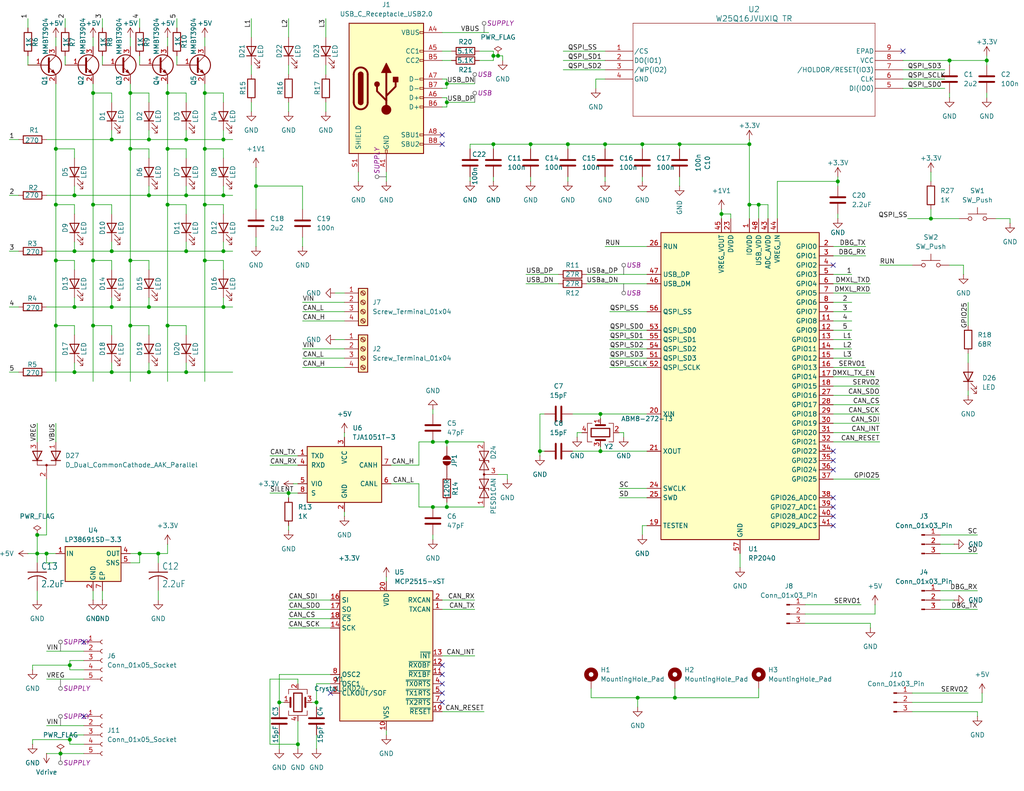
<source format=kicad_sch>
(kicad_sch (version 20231120) (generator "eeschema") (generator_version "8.0")
  (paper "USLetter")
  (junction (at 121.92 27.94))
  (junction (at 10.16 146.05))
  (junction (at 154.94 39.37))
  (junction (at 173.99 190.5))
  (junction (at 175.26 39.37))
  (junction (at 60.96 83.82))
  (junction (at 45.72 40.64))
  (junction (at 228.6 49.53))
  (junction (at 15.24 55.88))
  (junction (at 269.24 16.51))
  (junction (at 10.16 151.13))
  (junction (at 35.56 71.12))
  (junction (at 254 59.69))
  (junction (at 20.32 83.82))
  (junction (at 50.8 68.58))
  (junction (at 15.24 40.64))
  (junction (at 121.92 120.65))
  (junction (at 121.92 22.86))
  (junction (at 78.74 134.62))
  (junction (at 55.88 55.88))
  (junction (at 163.83 113.03))
  (junction (at 45.72 88.9))
  (junction (at 165.1 39.37))
  (junction (at 25.4 88.9))
  (junction (at 81.28 203.2))
  (junction (at 60.96 38.1))
  (junction (at 196.85 58.42))
  (junction (at 16.51 205.74))
  (junction (at 35.56 88.9))
  (junction (at 207.01 55.88))
  (junction (at 25.4 25.4))
  (junction (at 45.72 55.88))
  (junction (at 55.88 40.64))
  (junction (at 147.32 123.19))
  (junction (at 134.62 15.24))
  (junction (at 118.11 120.65))
  (junction (at 35.56 40.64))
  (junction (at 118.11 138.43))
  (junction (at 76.2 191.77))
  (junction (at 184.15 190.5))
  (junction (at 69.85 50.8))
  (junction (at 20.32 53.34))
  (junction (at 15.24 71.12))
  (junction (at 38.1 151.13))
  (junction (at 121.92 138.43))
  (junction (at 35.56 25.4))
  (junction (at 60.96 68.58))
  (junction (at 50.8 53.34))
  (junction (at 50.8 101.6))
  (junction (at 19.05 201.93))
  (junction (at 60.96 53.34))
  (junction (at 45.72 25.4))
  (junction (at 20.32 101.6))
  (junction (at 40.64 83.82))
  (junction (at 204.47 39.37))
  (junction (at 12.7 151.13))
  (junction (at 50.8 38.1))
  (junction (at 163.83 123.19))
  (junction (at 40.64 38.1))
  (junction (at 30.48 68.58))
  (junction (at 86.36 191.77))
  (junction (at 30.48 38.1))
  (junction (at 134.62 39.37))
  (junction (at 135.89 15.24))
  (junction (at 30.48 83.82))
  (junction (at 40.64 101.6))
  (junction (at 185.42 39.37))
  (junction (at 55.88 71.12))
  (junction (at 25.4 55.88))
  (junction (at 204.47 55.88))
  (junction (at 25.4 71.12))
  (junction (at 40.64 53.34))
  (junction (at 144.78 39.37))
  (junction (at 15.24 88.9))
  (junction (at 55.88 25.4))
  (junction (at 19.05 181.61))
  (junction (at 20.32 68.58))
  (junction (at 30.48 101.6))
  (junction (at 43.18 151.13))
  (junction (at 259.08 16.51))
  (no_connect (at 120.65 36.83))
  (no_connect (at 227.33 125.73))
  (no_connect (at 22.86 195.58))
  (no_connect (at 227.33 140.97))
  (no_connect (at 120.65 184.15))
  (no_connect (at 120.65 189.23))
  (no_connect (at 227.33 138.43))
  (no_connect (at 227.33 123.19))
  (no_connect (at 227.33 72.39))
  (no_connect (at 120.65 181.61))
  (no_connect (at 90.17 189.23))
  (no_connect (at 227.33 135.89))
  (no_connect (at 246.38 13.97))
  (no_connect (at 120.65 191.77))
  (no_connect (at 22.86 175.26))
  (no_connect (at 227.33 143.51))
  (no_connect (at 120.65 39.37))
  (no_connect (at 227.33 128.27))
  (no_connect (at 120.65 186.69))
  (wire (pts (xy 153.67 13.97) (xy 165.1 13.97)))
  (wire (pts (xy 35.56 153.67) (xy 38.1 153.67)) (stroke (width 0.1524)))
  (wire (pts (xy 81.28 196.85) (xy 81.28 203.2)))
  (wire (pts (xy 50.8 101.6) (xy 63.5 101.6)) (stroke (width 0.1524)))
  (wire (pts (xy 184.15 190.5) (xy 184.15 187.96)))
  (wire (pts (xy 227.33 80.01) (xy 237.49 80.01)))
  (wire (pts (xy 176.53 143.51) (xy 175.26 143.51)))
  (wire (pts (xy 15.24 10.16) (xy 15.24 12.7)) (stroke (width 0.1524)))
  (wire (pts (xy 5.08 68.58) (xy 2.54 68.58)) (stroke (width 0.1524)))
  (wire (pts (xy 165.1 39.37) (xy 165.1 40.64)))
  (wire (pts (xy 228.6 49.53) (xy 228.6 50.8)))
  (wire (pts (xy 148.59 113.03) (xy 147.32 113.03)))
  (wire (pts (xy 68.58 27.94) (xy 68.58 30.48)) (stroke (width 0.1524)))
  (wire (pts (xy 154.94 48.26) (xy 154.94 49.53)))
  (wire (pts (xy 45.72 55.88) (xy 50.8 55.88)) (stroke (width 0.1524)))
  (wire (pts (xy 17.78 15.24) (xy 17.78 17.78)) (stroke (width 0.1524)))
  (wire (pts (xy 175.26 39.37) (xy 175.26 40.64)))
  (wire (pts (xy 165.1 21.59) (xy 162.56 21.59)))
  (wire (pts (xy 48.26 7.62) (xy 48.26 5.08)) (stroke (width 0.1524)))
  (wire (pts (xy 204.47 39.37) (xy 204.47 55.88)))
  (wire (pts (xy 137.16 16.51) (xy 137.16 15.24)))
  (wire (pts (xy 40.64 40.64) (xy 40.64 43.18)) (stroke (width 0.1524)))
  (wire (pts (xy 20.32 99.06) (xy 20.32 101.6)) (stroke (width 0.1524)))
  (wire (pts (xy 121.92 27.94) (xy 129.54 27.94)))
  (wire (pts (xy 219.71 167.64) (xy 238.76 167.64)))
  (wire (pts (xy 120.65 13.97) (xy 123.19 13.97)))
  (wire (pts (xy 43.18 161.29) (xy 43.18 163.83)) (stroke (width 0.1524)))
  (wire (pts (xy 132.08 120.65) (xy 121.92 120.65)))
  (wire (pts (xy 17.78 7.62) (xy 17.78 5.08)) (stroke (width 0.1524)))
  (wire (pts (xy 69.85 45.72) (xy 69.85 50.8)))
  (wire (pts (xy 97.79 46.99) (xy 97.79 49.53)))
  (wire (pts (xy 134.62 48.26) (xy 134.62 49.53)))
  (wire (pts (xy 12.7 205.74) (xy 16.51 205.74)))
  (wire (pts (xy 40.64 38.1) (xy 50.8 38.1)) (stroke (width 0.1524)))
  (wire (pts (xy 50.8 99.06) (xy 50.8 101.6)) (stroke (width 0.1524)))
  (wire (pts (xy 15.24 22.86) (xy 15.24 40.64)) (stroke (width 0.1524)))
  (wire (pts (xy 10.16 146.05) (xy 10.16 151.13)) (stroke (width 0.1524)))
  (wire (pts (xy 166.37 92.71) (xy 176.53 92.71)))
  (wire (pts (xy 19.05 182.88) (xy 22.86 182.88)))
  (wire (pts (xy 120.65 163.83) (xy 129.54 163.83)))
  (wire (pts (xy 50.8 68.58) (xy 60.96 68.58)) (stroke (width 0.1524)))
  (wire (pts (xy 20.32 40.64) (xy 20.32 43.18)) (stroke (width 0.1524)))
  (wire (pts (xy 12.7 53.34) (xy 20.32 53.34)) (stroke (width 0.1524)))
  (wire (pts (xy 60.96 81.28) (xy 60.96 83.82)) (stroke (width 0.1524)))
  (wire (pts (xy 22.86 200.66) (xy 19.05 200.66)))
  (wire (pts (xy 38.1 151.13) (xy 43.18 151.13)) (stroke (width 0.1524)))
  (wire (pts (xy 256.54 146.05) (xy 266.7 146.05)))
  (wire (pts (xy 20.32 71.12) (xy 20.32 73.66)) (stroke (width 0.1524)))
  (wire (pts (xy 275.59 59.69) (xy 275.59 60.96)))
  (wire (pts (xy 118.11 138.43) (xy 114.3 138.43)))
  (wire (pts (xy 82.55 100.33) (xy 93.98 100.33)))
  (wire (pts (xy 120.65 29.21) (xy 121.92 29.21)))
  (wire (pts (xy 166.37 95.25) (xy 176.53 95.25)))
  (wire (pts (xy 256.54 151.13) (xy 266.7 151.13)))
  (wire (pts (xy 259.08 16.51) (xy 259.08 17.78)))
  (wire (pts (xy 137.16 15.24) (xy 135.89 15.24)))
  (wire (pts (xy 50.8 55.88) (xy 50.8 58.42)) (stroke (width 0.1524)))
  (wire (pts (xy 256.54 166.37) (xy 266.7 166.37)))
  (wire (pts (xy 50.8 25.4) (xy 50.8 27.94)) (stroke (width 0.1524)))
  (wire (pts (xy 73.66 185.42) (xy 73.66 203.2)))
  (wire (pts (xy 130.81 16.51) (xy 134.62 16.51)))
  (wire (pts (xy 80.01 132.08) (xy 81.28 132.08)))
  (wire (pts (xy 20.32 101.6) (xy 30.48 101.6)) (stroke (width 0.1524)))
  (wire (pts (xy 121.92 21.59) (xy 120.65 21.59)))
  (wire (pts (xy 147.32 123.19) (xy 147.32 124.46)))
  (wire (pts (xy 81.28 203.2) (xy 81.28 204.47)))
  (wire (pts (xy 88.9 10.16) (xy 88.9 5.08)) (stroke (width 0.1524)))
  (wire (pts (xy 45.72 25.4) (xy 45.72 40.64)) (stroke (width 0.1524)))
  (wire (pts (xy 55.88 71.12) (xy 60.96 71.12)) (stroke (width 0.1524)))
  (wire (pts (xy 227.33 115.57) (xy 240.03 115.57)))
  (wire (pts (xy 227.33 67.31) (xy 236.22 67.31)))
  (wire (pts (xy 175.26 39.37) (xy 185.42 39.37)))
  (wire (pts (xy 106.68 132.08) (xy 114.3 132.08)))
  (wire (pts (xy 20.32 66.04) (xy 20.32 68.58)) (stroke (width 0.1524)))
  (wire (pts (xy 166.37 85.09) (xy 176.53 85.09)))
  (wire (pts (xy 45.72 88.9) (xy 50.8 88.9)) (stroke (width 0.1524)))
  (wire (pts (xy 196.85 57.15) (xy 196.85 58.42)))
  (wire (pts (xy 55.88 40.64) (xy 60.96 40.64)) (stroke (width 0.1524)))
  (wire (pts (xy 8.89 181.61) (xy 8.89 182.88)))
  (wire (pts (xy 121.92 137.16) (xy 121.92 138.43)))
  (wire (pts (xy 227.33 85.09) (xy 232.41 85.09)))
  (wire (pts (xy 175.26 143.51) (xy 175.26 146.05)))
  (wire (pts (xy 78.74 143.51) (xy 78.74 144.78)))
  (wire (pts (xy 40.64 35.56) (xy 40.64 38.1)) (stroke (width 0.1524)))
  (wire (pts (xy 19.05 201.93) (xy 19.05 203.2)))
  (wire (pts (xy 143.51 74.93) (xy 152.4 74.93)))
  (wire (pts (xy 10.16 151.13) (xy 7.62 151.13)) (stroke (width 0.1524)))
  (wire (pts (xy 7.62 17.78) (xy 10.16 17.78)) (stroke (width 0.1524)))
  (wire (pts (xy 15.24 40.64) (xy 15.24 55.88)) (stroke (width 0.1524)))
  (wire (pts (xy 78.74 171.45) (xy 90.17 171.45)))
  (wire (pts (xy 20.32 68.58) (xy 30.48 68.58)) (stroke (width 0.1524)))
  (wire (pts (xy 55.88 40.64) (xy 55.88 55.88)) (stroke (width 0.1524)))
  (wire (pts (xy 153.67 19.05) (xy 165.1 19.05)))
  (wire (pts (xy 227.33 105.41) (xy 240.03 105.41)))
  (wire (pts (xy 262.89 72.39) (xy 262.89 74.93)))
  (wire (pts (xy 60.96 66.04) (xy 60.96 68.58)) (stroke (width 0.1524)))
  (wire (pts (xy 12.7 185.42) (xy 22.86 185.42)))
  (wire (pts (xy 30.48 66.04) (xy 30.48 68.58)) (stroke (width 0.1524)))
  (wire (pts (xy 165.1 67.31) (xy 176.53 67.31)))
  (wire (pts (xy 48.26 15.24) (xy 48.26 17.78)) (stroke (width 0.1524)))
  (wire (pts (xy 166.37 90.17) (xy 176.53 90.17)))
  (wire (pts (xy 82.55 97.79) (xy 93.98 97.79)))
  (wire (pts (xy 201.93 151.13) (xy 201.93 154.94)))
  (wire (pts (xy 25.4 161.29) (xy 25.4 163.83)) (stroke (width 0.1524)))
  (wire (pts (xy 134.62 15.24) (xy 134.62 13.97)))
  (wire (pts (xy 30.48 101.6) (xy 40.64 101.6)) (stroke (width 0.1524)))
  (wire (pts (xy 81.28 186.69) (xy 81.28 185.42)))
  (wire (pts (xy 82.55 57.15) (xy 82.55 50.8)))
  (wire (pts (xy 19.05 180.34) (xy 19.05 181.61)))
  (wire (pts (xy 40.64 101.6) (xy 50.8 101.6)) (stroke (width 0.1524)))
  (wire (pts (xy 50.8 38.1) (xy 60.96 38.1)) (stroke (width 0.1524)))
  (wire (pts (xy 227.33 74.93) (xy 232.41 74.93)))
  (wire (pts (xy 35.56 22.86) (xy 35.56 25.4)) (stroke (width 0.1524)))
  (wire (pts (xy 163.83 123.19) (xy 176.53 123.19)))
  (wire (pts (xy 114.3 120.65) (xy 114.3 127)))
  (wire (pts (xy 227.33 92.71) (xy 232.41 92.71)))
  (wire (pts (xy 78.74 163.83) (xy 90.17 163.83)))
  (wire (pts (xy 185.42 39.37) (xy 185.42 40.64)))
  (wire (pts (xy 161.29 187.96) (xy 161.29 190.5)))
  (wire (pts (xy 20.32 55.88) (xy 20.32 58.42)) (stroke (width 0.1524)))
  (wire (pts (xy 120.65 8.89) (xy 133.35 8.89)))
  (wire (pts (xy 120.65 166.37) (xy 129.54 166.37)))
  (wire (pts (xy 128.27 39.37) (xy 128.27 40.64)))
  (wire (pts (xy 240.03 72.39) (xy 248.92 72.39)))
  (wire (pts (xy 144.78 39.37) (xy 144.78 40.64)))
  (wire (pts (xy 118.11 146.05) (xy 118.11 147.32)))
  (wire (pts (xy 259.08 16.51) (xy 269.24 16.51)))
  (wire (pts (xy 138.43 129.54) (xy 138.43 130.81)))
  (wire (pts (xy 45.72 151.13) (xy 43.18 151.13)))
  (wire (pts (xy 78.74 20.32) (xy 78.74 17.78)) (stroke (width 0.1524)))
  (wire (pts (xy 254 46.99) (xy 254 49.53)))
  (wire (pts (xy 55.88 22.86) (xy 55.88 25.4)) (stroke (width 0.1524)))
  (wire (pts (xy 15.24 40.64) (xy 20.32 40.64)) (stroke (width 0.1524)))
  (wire (pts (xy 137.16 233.68) (xy 137.16 243.84)))
  (wire (pts (xy 55.88 10.16) (xy 55.88 12.7)) (stroke (width 0.1524)))
  (wire (pts (xy 25.4 88.9) (xy 25.4 104.14)) (stroke (width 0.1524)))
  (wire (pts (xy 105.41 46.99) (xy 105.41 49.53)))
  (wire (pts (xy 227.33 130.81) (xy 240.03 130.81)))
  (wire (pts (xy 163.83 113.03) (xy 176.53 113.03)))
  (wire (pts (xy 19.05 203.2) (xy 22.86 203.2)))
  (wire (pts (xy 60.96 40.64) (xy 60.96 43.18)) (stroke (width 0.1524)))
  (wire (pts (xy 175.26 39.37) (xy 165.1 39.37)))
  (wire (pts (xy 25.4 25.4) (xy 30.48 25.4)) (stroke (width 0.1524)))
  (wire (pts (xy 227.33 113.03) (xy 240.03 113.03)))
  (wire (pts (xy 134.62 13.97) (xy 130.81 13.97)))
  (wire (pts (xy 12.7 83.82) (xy 20.32 83.82)) (stroke (width 0.1524)))
  (wire (pts (xy 173.99 190.5) (xy 184.15 190.5)))
  (wire (pts (xy 264.16 106.68) (xy 264.16 107.95)))
  (wire (pts (xy 135.89 15.24) (xy 134.62 15.24)))
  (wire (pts (xy 30.48 99.06) (xy 30.48 101.6)) (stroke (width 0.1524)))
  (wire (pts (xy 35.56 151.13) (xy 38.1 151.13)) (stroke (width 0.1524)))
  (wire (pts (xy 121.92 120.65) (xy 121.92 121.92)))
  (wire (pts (xy 25.4 10.16) (xy 25.4 12.7)) (stroke (width 0.1524)))
  (wire (pts (xy 73.66 134.62) (xy 78.74 134.62)))
  (wire (pts (xy 10.16 115.57) (xy 10.16 120.65)))
  (wire (pts (xy 267.97 191.77) (xy 267.97 189.23)))
  (wire (pts (xy 168.91 135.89) (xy 176.53 135.89)))
  (wire (pts (xy 156.21 123.19) (xy 163.83 123.19)))
  (wire (pts (xy 8.89 201.93) (xy 19.05 201.93)))
  (wire (pts (xy 118.11 120.65) (xy 114.3 120.65)))
  (wire (pts (xy 165.1 39.37) (xy 154.94 39.37)))
  (wire (pts (xy 212.09 49.53) (xy 228.6 49.53)))
  (wire (pts (xy 20.32 83.82) (xy 30.48 83.82)) (stroke (width 0.1524)))
  (wire (pts (xy 30.48 81.28) (xy 30.48 83.82)) (stroke (width 0.1524)))
  (wire (pts (xy 161.29 190.5) (xy 173.99 190.5)))
  (wire (pts (xy 204.47 38.1) (xy 204.47 39.37)))
  (wire (pts (xy 55.88 25.4) (xy 55.88 40.64)) (stroke (width 0.1524)))
  (wire (pts (xy 20.32 50.8) (xy 20.32 53.34)) (stroke (width 0.1524)))
  (wire (pts (xy 248.92 189.23) (xy 264.16 189.23)))
  (wire (pts (xy 227.33 87.63) (xy 232.41 87.63)))
  (wire (pts (xy 144.78 39.37) (xy 134.62 39.37)))
  (wire (pts (xy 15.24 71.12) (xy 15.24 88.9)) (stroke (width 0.1524)))
  (wire (pts (xy 35.56 71.12) (xy 40.64 71.12)) (stroke (width 0.1524)))
  (wire (pts (xy 86.36 191.77) (xy 86.36 193.04)))
  (wire (pts (xy 85.09 191.77) (xy 86.36 191.77)))
  (wire (pts (xy 207.01 55.88) (xy 204.47 55.88)))
  (wire (pts (xy 60.96 50.8) (xy 60.96 53.34)) (stroke (width 0.1524)))
  (wire (pts (xy 15.24 88.9) (xy 15.24 104.14)) (stroke (width 0.1524)))
  (wire (pts (xy 55.88 55.88) (xy 55.88 71.12)) (stroke (width 0.1524)))
  (wire (pts (xy 8.89 201.93) (xy 8.89 203.2)))
  (wire (pts (xy 40.64 50.8) (xy 40.64 53.34)) (stroke (width 0.1524)))
  (wire (pts (xy 121.92 29.21) (xy 121.92 27.94)))
  (wire (pts (xy 227.33 120.65) (xy 240.03 120.65)))
  (wire (pts (xy 163.83 121.92) (xy 163.83 123.19)))
  (wire (pts (xy 147.32 123.19) (xy 148.59 123.19)))
  (wire (pts (xy 254 59.69) (xy 261.62 59.69)))
  (wire (pts (xy 78.74 166.37) (xy 90.17 166.37)))
  (wire (pts (xy 168.91 133.35) (xy 176.53 133.35)))
  (wire (pts (xy 15.24 120.65) (xy 15.24 115.57)) (stroke (width 0.1524)))
  (wire (pts (xy 73.66 127) (xy 81.28 127)))
  (wire (pts (xy 157.48 118.11) (xy 158.75 118.11)))
  (wire (pts (xy 45.72 55.88) (xy 45.72 88.9)) (stroke (width 0.1524)))
  (wire (pts (xy 86.36 191.77) (xy 86.36 186.69)))
  (wire (pts (xy 227.33 90.17) (xy 232.41 90.17)))
  (wire (pts (xy 237.49 170.18) (xy 237.49 171.45)))
  (wire (pts (xy 132.08 233.68) (xy 132.08 243.84)))
  (wire (pts (xy 160.02 74.93) (xy 176.53 74.93)))
  (wire (pts (xy 227.33 100.33) (xy 236.22 100.33)))
  (wire (pts (xy 246.38 19.05) (xy 257.81 19.05)))
  (wire (pts (xy 60.96 53.34) (xy 63.5 53.34)) (stroke (width 0.1524)))
  (wire (pts (xy 227.33 102.87) (xy 238.76 102.87)))
  (wire (pts (xy 68.58 10.16) (xy 68.58 5.08)) (stroke (width 0.1524)))
  (wire (pts (xy 185.42 39.37) (xy 204.47 39.37)))
  (wire (pts (xy 266.7 194.31) (xy 266.7 195.58)))
  (wire (pts (xy 128.27 39.37) (xy 134.62 39.37)))
  (wire (pts (xy 12.7 146.05) (xy 10.16 146.05)) (stroke (width 0.1524)))
  (wire (pts (xy 121.92 27.94) (xy 121.92 26.67)))
  (wire (pts (xy 25.4 71.12) (xy 30.48 71.12)) (stroke (width 0.1524)))
  (wire (pts (xy 219.71 165.1) (xy 234.95 165.1)))
  (wire (pts (xy 12.7 153.67) (xy 12.7 151.13)) (stroke (width 0.1524)))
  (wire (pts (xy 256.54 163.83) (xy 260.35 163.83)))
  (wire (pts (xy 238.76 167.64) (xy 238.76 165.1)))
  (wire (pts (xy 106.68 127) (xy 114.3 127)))
  (wire (pts (xy 269.24 15.24) (xy 269.24 16.51)))
  (wire (pts (xy 248.92 191.77) (xy 267.97 191.77)))
  (wire (pts (xy 269.24 25.4) (xy 269.24 26.67)))
  (wire (pts (xy 15.24 55.88) (xy 20.32 55.88)) (stroke (width 0.1524)))
  (wire (pts (xy 30.48 25.4) (xy 30.48 27.94)) (stroke (width 0.1524)))
  (wire (pts (xy 82.55 95.25) (xy 93.98 95.25)))
  (wire (pts (xy 20.32 53.34) (xy 40.64 53.34)) (stroke (width 0.1524)))
  (wire (pts (xy 199.39 58.42) (xy 196.85 58.42)))
  (wire (pts (xy 68.58 20.32) (xy 68.58 17.78)) (stroke (width 0.1524)))
  (wire (pts (xy 19.05 181.61) (xy 19.05 182.88)))
  (wire (pts (xy 25.4 55.88) (xy 25.4 71.12)) (stroke (width 0.1524)))
  (wire (pts (xy 134.62 16.51) (xy 134.62 15.24)))
  (wire (pts (xy 10.16 163.83) (xy 10.16 161.29)) (stroke (width 0.1524)))
  (wire (pts (xy 82.55 85.09) (xy 93.98 85.09)))
  (wire (pts (xy 120.65 194.31) (xy 132.08 194.31)))
  (wire (pts (xy 82.55 50.8) (xy 69.85 50.8)))
  (wire (pts (xy 212.09 59.69) (xy 212.09 49.53)))
  (wire (pts (xy 271.78 59.69) (xy 275.59 59.69)))
  (wire (pts (xy 196.85 58.42) (xy 196.85 59.69)))
  (wire (pts (xy 120.65 179.07) (xy 129.54 179.07)))
  (wire (pts (xy 76.2 200.66) (xy 76.2 204.47)))
  (wire (pts (xy 76.2 184.15) (xy 76.2 191.77)))
  (wire (pts (xy 140.97 231.14) (xy 140.97 243.84)))
  (wire (pts (xy 35.56 40.64) (xy 35.56 71.12)) (stroke (width 0.1524)))
  (wire (pts (xy 25.4 88.9) (xy 30.48 88.9)) (stroke (width 0.1524)))
  (wire (pts (xy 160.02 77.47) (xy 176.53 77.47)))
  (wire (pts (xy 5.08 83.82) (xy 2.54 83.82)) (stroke (width 0.1524)))
  (wire (pts (xy 12.7 198.12) (xy 22.86 198.12)))
  (wire (pts (xy 20.32 88.9) (xy 20.32 91.44)) (stroke (width 0.1524)))
  (wire (pts (xy 12.7 151.13) (xy 10.16 151.13)) (stroke (width 0.1524)))
  (wire (pts (xy 163.83 113.03) (xy 163.83 114.3)))
  (wire (pts (xy 38.1 15.24) (xy 38.1 17.78)) (stroke (width 0.1524)))
  (wire (pts (xy 170.18 118.11) (xy 168.91 118.11)))
  (wire (pts (xy 227.33 95.25) (xy 232.41 95.25)))
  (wire (pts (xy 246.38 21.59) (xy 257.81 21.59)))
  (wire (pts (xy 134.62 39.37) (xy 134.62 40.64)))
  (wire (pts (xy 93.98 118.11) (xy 93.98 119.38)))
  (wire (pts (xy 25.4 55.88) (xy 30.48 55.88)) (stroke (width 0.1524)))
  (wire (pts (xy 43.18 153.67) (xy 43.18 151.13)) (stroke (width 0.1524)))
  (wire (pts (xy 5.08 101.6) (xy 2.54 101.6)) (stroke (width 0.1524)))
  (wire (pts (xy 30.48 35.56) (xy 30.48 38.1)) (stroke (width 0.1524)))
  (wire (pts (xy 38.1 7.62) (xy 38.1 5.08)) (stroke (width 0.1524)))
  (wire (pts (xy 86.36 186.69) (xy 90.17 186.69)))
  (wire (pts (xy 60.96 71.12) (xy 60.96 73.66)) (stroke (width 0.1524)))
  (wire (pts (xy 30.48 88.9) (xy 30.48 91.44)) (stroke (width 0.1524)))
  (wire (pts (xy 60.96 55.88) (xy 60.96 58.42)) (stroke (width 0.1524)))
  (wire (pts (xy 40.64 25.4) (xy 40.64 27.94)) (stroke (width 0.1524)))
  (wire (pts (xy 82.55 64.77) (xy 82.55 67.31)))
  (wire (pts (xy 143.51 77.47) (xy 152.4 77.47)))
  (wire (pts (xy 45.72 25.4) (xy 50.8 25.4)) (stroke (width 0.1524)))
  (wire (pts (xy 30.48 83.82) (xy 40.64 83.82)) (stroke (width 0.1524)))
  (wire (pts (xy 156.21 113.03) (xy 163.83 113.03)))
  (wire (pts (xy 118.11 111.76) (xy 118.11 113.03)))
  (wire (pts (xy 199.39 59.69) (xy 199.39 58.42)))
  (wire (pts (xy 88.9 20.32) (xy 88.9 17.78)) (stroke (width 0.1524)))
  (wire (pts (xy 12.7 68.58) (xy 20.32 68.58)) (stroke (width 0.1524)))
  (wire (pts (xy 128.27 48.26) (xy 128.27 49.53)))
  (wire (pts (xy 204.47 55.88) (xy 204.47 59.69)))
  (wire (pts (xy 40.64 81.28) (xy 40.64 83.82)) (stroke (width 0.1524)))
  (wire (pts (xy 227.33 107.95) (xy 240.03 107.95)))
  (wire (pts (xy 154.94 39.37) (xy 154.94 40.64)))
  (wire (pts (xy 170.18 119.38) (xy 170.18 118.11)))
  (wire (pts (xy 69.85 50.8) (xy 69.85 57.15)))
  (wire (pts (xy 105.41 199.39) (xy 105.41 200.66)))
  (wire (pts (xy 209.55 59.69) (xy 209.55 55.88)))
  (wire (pts (xy 246.38 16.51) (xy 259.08 16.51)))
  (wire (pts (xy 73.66 124.46) (xy 81.28 124.46)))
  (wire (pts (xy 50.8 88.9) (xy 50.8 91.44)) (stroke (width 0.1524)))
  (wire (pts (xy 45.72 40.64) (xy 45.72 55.88)) (stroke (width 0.1524)))
  (wire (pts (xy 40.64 53.34) (xy 50.8 53.34)) (stroke (width 0.1524)))
  (wire (pts (xy 120.65 16.51) (xy 123.19 16.51)))
  (wire (pts (xy 8.89 181.61) (xy 19.05 181.61)))
  (wire (pts (xy 10.16 153.67) (xy 10.16 151.13)) (stroke (width 0.1524)))
  (wire (pts (xy 76.2 191.77) (xy 77.47 191.77)))
  (wire (pts (xy 81.28 185.42) (xy 73.66 185.42)))
  (wire (pts (xy 60.96 25.4) (xy 60.96 27.94)) (stroke (width 0.1524)))
  (wire (pts (xy 60.96 38.1) (xy 63.5 38.1)) (stroke (width 0.1524)))
  (wire (pts (xy 91.44 80.01) (xy 93.98 80.01)))
  (wire (pts (xy 154.94 39.37) (xy 144.78 39.37)))
  (wire (pts (xy 207.01 190.5) (xy 184.15 190.5)))
  (wire (pts (xy 209.55 55.88) (xy 207.01 55.88)))
  (wire (pts (xy 114.3 138.43) (xy 114.3 132.08)))
  (wire (pts (xy 144.78 48.26) (xy 144.78 49.53)))
  (wire (pts (xy 50.8 35.56) (xy 50.8 38.1)) (stroke (width 0.1524)))
  (wire (pts (xy 227.33 97.79) (xy 232.41 97.79)))
  (wire (pts (xy 35.56 25.4) (xy 35.56 40.64)) (stroke (width 0.1524)))
  (wire (pts (xy 135.89 129.54) (xy 138.43 129.54)))
  (wire (pts (xy 15.24 55.88) (xy 15.24 71.12)) (stroke (width 0.1524)))
  (wire (pts (xy 219.71 170.18) (xy 237.49 170.18)))
  (wire (pts (xy 50.8 66.04) (xy 50.8 68.58)) (stroke (width 0.1524)))
  (wire (pts (xy 27.94 15.24) (xy 27.94 17.78)) (stroke (width 0.1524)))
  (wire (pts (xy 27.94 161.29) (xy 27.94 163.83)) (stroke (width 0.1524)))
  (wire (pts (xy 12.7 101.6) (xy 20.32 101.6)) (stroke (width 0.1524)))
  (wire (pts (xy 91.44 92.71) (xy 93.98 92.71)))
  (wire (pts (xy 88.9 27.94) (xy 88.9 30.48)) (stroke (width 0.1524)))
  (wire (pts (xy 207.01 55.88) (xy 207.01 59.69)))
  (wire (pts (xy 7.62 15.24) (xy 7.62 17.78)) (stroke (width 0.1524)))
  (wire (pts (xy 121.92 22.86) (xy 121.92 21.59)))
  (wire (pts (xy 22.86 180.34) (xy 19.05 180.34)))
  (wire (pts (xy 264.16 82.55) (xy 264.16 88.9)))
  (wire (pts (xy 121.92 138.43) (xy 132.08 138.43)))
  (wire (pts (xy 12.7 38.1) (xy 30.48 38.1)) (stroke (width 0.1524)))
  (wire (pts (xy 121.92 120.65) (xy 118.11 120.65)))
  (wire (pts (xy 248.92 194.31) (xy 266.7 194.31)))
  (wire (pts (xy 60.96 68.58) (xy 63.5 68.58)) (stroke (width 0.1524)))
  (wire (pts (xy 55.88 55.88) (xy 60.96 55.88)) (stroke (width 0.1524)))
  (wire (pts (xy 227.33 69.85) (xy 236.22 69.85)))
  (wire (pts (xy 35.56 71.12) (xy 35.56 88.9)) (stroke (width 0.1524)))
  (wire (pts (xy 19.05 200.66) (xy 19.05 201.93)))
  (wire (pts (xy 227.33 77.47) (xy 237.49 77.47)))
  (wire (pts (xy 25.4 25.4) (xy 25.4 55.88)) (stroke (width 0.1524)))
  (wire (pts (xy 78.74 10.16) (xy 78.74 5.08)) (stroke (width 0.1524)))
  (wire (pts (xy 50.8 40.64) (xy 50.8 43.18)) (stroke (width 0.1524)))
  (wire (pts (xy 40.64 71.12) (xy 40.64 73.66)) (stroke (width 0.1524)))
  (wire (pts (xy 162.56 21.59) (xy 162.56 24.13)))
  (wire (pts (xy 25.4 22.86) (xy 25.4 25.4)) (stroke (width 0.1524)))
  (wire (pts (xy 256.54 148.59) (xy 260.35 148.59)))
  (wire (pts (xy 55.88 71.12) (xy 55.88 104.14)) (stroke (width 0.1524)))
  (wire (pts (xy 15.24 151.13) (xy 12.7 151.13)) (stroke (width 0.1524)))
  (wire (pts (xy 93.98 139.7) (xy 93.98 140.97)))
  (wire (pts (xy 175.26 48.26) (xy 175.26 49.53)))
  (wire (pts (xy 45.72 148.59) (xy 45.72 151.13)))
  (wire (pts (xy 165.1 48.26) (xy 165.1 49.53)))
  (wire (pts (xy 173.99 190.5) (xy 173.99 193.04)))
  (wire (pts (xy 78.74 168.91) (xy 90.17 168.91)))
  (wire (pts (xy 60.96 35.56) (xy 60.96 38.1)) (stroke (width 0.1524)))
  (wire (pts (xy 35.56 10.16) (xy 35.56 12.7)) (stroke (width 0.1524)))
  (wire (pts (xy 259.08 72.39) (xy 262.89 72.39)))
  (wire (pts (xy 90.17 184.15) (xy 76.2 184.15)))
  (wire (pts (xy 30.48 38.1) (xy 40.64 38.1)) (stroke (width 0.1524)))
  (wire (pts (xy 45.72 88.9) (xy 45.72 104.14)) (stroke (width 0.1524)))
  (wire (pts (xy 45.72 10.16) (xy 45.72 12.7)) (stroke (width 0.1524)))
  (wire (pts (xy 247.65 59.69) (xy 254 59.69)))
  (wire (pts (xy 73.66 203.2) (xy 81.28 203.2)))
  (wire (pts (xy 120.65 24.13) (xy 121.92 24.13)))
  (wire (pts (xy 15.24 88.9) (xy 20.32 88.9)) (stroke (width 0.1524)))
  (wire (pts (xy 153.67 16.51) (xy 165.1 16.51)))
  (wire (pts (xy 207.01 187.96) (xy 207.01 190.5)))
  (wire (pts (xy 27.94 7.62) (xy 27.94 5.08)) (stroke (width 0.1524)))
  (wire (pts (xy 25.4 71.12) (xy 25.4 88.9)) (stroke (width 0.1524)))
  (wire (pts (xy 35.56 88.9) (xy 35.56 104.14)) (stroke (width 0.1524)))
  (wire (pts (xy 35.56 25.4) (xy 40.64 25.4)) (stroke (width 0.1524)))
  (wire (pts (xy 12.7 130.81) (xy 12.7 146.05)) (stroke (width 0.1524)))
  (wire (pts (xy 60.96 83.82) (xy 63.5 83.82)) (stroke (width 0.1524)))
  (wire (pts (xy 45.72 22.86) (xy 45.72 25.4)) (stroke (width 0.1524)))
  (wire (pts (xy 50.8 50.8) (xy 50.8 53.34)) (stroke (width 0.1524)))
  (wire (pts (xy 15.24 153.67) (xy 12.7 153.67)) (stroke (width 0.1524)))
  (wire (pts (xy 157.48 119.38) (xy 157.48 118.11)))
  (wire (pts (xy 20.32 81.28) (xy 20.32 83.82)) (stroke (width 0.1524)))
  (wire (pts (xy 40.64 83.82) (xy 60.96 83.82)) (stroke (width 0.1524)))
  (wire (pts (xy 227.33 110.49) (xy 240.03 110.49)))
  (wire (pts (xy 147.32 113.03) (xy 147.32 123.19)))
  (wire (pts (xy 7.62 7.62) (xy 7.62 5.08)) (stroke (width 0.1524)))
  (wire (pts (xy 16.51 205.74) (xy 22.86 205.74)))
  (wire (pts (xy 5.08 38.1) (xy 2.54 38.1)) (stroke (width 0.1524)))
  (wire (pts (xy 76.2 191.77) (xy 76.2 193.04)))
  (wire (pts (xy 35.56 40.64) (xy 40.64 40.64)) (stroke (width 0.1524)))
  (wire (pts (xy 121.92 22.86) (xy 129.54 22.86)))
  (wire (pts (xy 69.85 64.77) (xy 69.85 67.31)))
  (wire (pts (xy 82.55 87.63) (xy 93.98 87.63)))
  (wire (pts (xy 185.42 48.26) (xy 185.42 50.8)))
  (wire (pts (xy 246.38 24.13) (xy 257.81 24.13)))
  (wire (pts (xy 30.48 55.88) (xy 30.48 58.42)) (stroke (width 0.1524)))
  (wire (pts (xy 40.64 88.9) (xy 40.64 91.44)) (stroke (width 0.1524)))
  (wire (pts (xy 78.74 134.62) (xy 78.74 135.89)))
  (wire (pts (xy 86.36 200.66) (xy 86.36 204.47)))
  (wire (pts (xy 228.6 48.26) (xy 228.6 49.53)))
  (wire (pts (xy 82.55 82.55) (xy 93.98 82.55)))
  (wire (pts (xy 35.56 88.9) (xy 40.64 88.9)) (stroke (width 0.1524)))
  (wire (pts (xy 254 57.15) (xy 254 59.69)))
  (wire (pts (xy 228.6 58.42) (xy 228.6 59.69)))
  (wire (pts (xy 259.08 25.4) (xy 259.08 26.67)))
  (wire (pts (xy 30.48 68.58) (xy 50.8 68.58)) (stroke (width 0.1524)))
  (wire (pts (xy 78.74 27.94) (xy 78.74 30.48)) (stroke (width 0.1524)))
  (wire (pts (xy 105.41 157.48) (xy 105.41 158.75)))
  (wire (pts (xy 50.8 53.34) (xy 60.96 53.34)) (stroke (width 0.1524)))
  (wire (pts (xy 38.1 153.67) (xy 38.1 151.13)) (stroke (width 0.1524)))
  (wire (pts (xy 45.72 40.64) (xy 50.8 40.64)) (stroke (width 0.1524)))
  (wire (pts (xy 166.37 97.79) (xy 176.53 97.79)))
  (wire (pts (xy 227.33 118.11) (xy 240.03 118.11)))
  (wire (pts (xy 121.92 26.67) (xy 120.65 26.67)))
  (wire (pts (xy 256.54 161.29) (xy 266.7 161.29)))
  (wire (pts (xy 30.48 71.12) (xy 30.48 73.66)) (stroke (width 0.1524)))
  (wire (pts (xy 166.37 100.33) (xy 176.53 100.33)))
  (wire (pts (xy 269.24 16.51) (xy 269.24 17.78)))
  (wire (pts (xy 55.88 25.4) (xy 60.96 25.4)) (stroke (width 0.1524)))
  (wire (pts (xy 78.74 134.62) (xy 81.28 134.62)))
  (wire (pts (xy 118.11 138.43) (xy 121.92 138.43)))
  (wire (pts (xy 12.7 177.8) (xy 22.86 177.8)))
  (wire (pts (xy 15.24 71.12) (xy 20.32 71.12)) (stroke (width 0.1524)))
  (wire (pts (xy 5.08 53.34) (xy 2.54 53.34)) (stroke (width 0.1524)))
  (wire (pts (xy 121.92 24.13) (xy 121.92 22.86)))
  (wire (pts (xy 227.33 82.55) (xy 232.41 82.55)))
  (wire (pts (xy 40.64 99.06) (xy 40.64 101.6)) (stroke (width 0.1524)))
  (wire (pts (xy 264.16 96.52) (xy 264.16 99.06)))
  (label "USBa_DN" (at 160.02 77.47 0))
  (label "RUN" (at 240.03 72.39 0))
  (label "1" (at 232.41 74.93 180))
  (label "VIN" (at 82.55 82.55 0))
  (label "2" (at 229.87 82.55 0))
  (label "CAN_L" (at 113.03 132.08 180))
  (label "SERVO1" (at 236.22 100.33 180))
  (label "CAN_RESET" (at 240.03 120.65 180))
  (label "CAN_TX" (at 129.54 166.37 180))
  (label "4" (at 2.54 83.82 0) (effects (font (size 1.2446 1.2446))))
  (label "CAN_H" (at 113.03 127 180))
  (label "CAN_SDI" (at 240.03 115.57 180))
  (label "CAN_SDO" (at 240.03 107.95 180))
  (label "CAN_RX" (at 73.66 127 0))
  (label "DBG_TX" (at 236.22 67.31 180))
  (label "L1" (at 68.58 7.62 90) (effects (font (size 1.2446 1.2446))))
  (label "2" (at 17.78 5.08 90) (effects (font (size 1.2446 1.2446))))
  (label "L3" (at 88.9 7.62 90) (effects (font (size 1.2446 1.2446))))
  (label "VIN" (at 12.7 177.8 0))
  (label "CAN_INT" (at 129.54 179.07 180))
  (label "CAN_SDO" (at 78.74 166.37 0))
  (label "VREG" (at 10.16 115.57 270))
  (label "CAN_SDI" (at 78.74 163.83 0))
  (label "QSPI_SCLK" (at 166.37 100.33 0))
  (label "CAN_TX" (at 73.66 124.46 0))
  (label "3" (at 229.87 85.09 0))
  (label "QSPI_SD3" (at 166.37 97.79 0))
  (label "CAN_CS" (at 78.74 168.91 0))
  (label "DMXL_RXD" (at 132.08 233.68 270))
  (label "CAN_INT" (at 240.03 118.11 180))
  (label "VIN" (at 12.7 198.12 0))
  (label "DMXL_TX_EN" (at 238.76 102.87 180))
  (label "SERVO2" (at 264.16 189.23 180))
  (label "SERVO1" (at 234.95 165.1 180))
  (label "USB_DP" (at 143.51 74.93 0))
  (label "SERVO2" (at 240.03 105.41 180))
  (label "SC" (at 168.91 133.35 0))
  (label "VREG" (at 12.7 185.42 0))
  (label "QSPI_SD1" (at 166.37 92.71 0))
  (label "3" (at 2.54 68.58 0) (effects (font (size 1.2446 1.2446))))
  (label "USB_DN" (at 143.51 77.47 0))
  (label "QSPI_SD0" (at 247.65 24.13 0))
  (label "CAN_RX" (at 129.54 163.83 180))
  (label "QSPI_SS" (at 154.94 13.97 0))
  (label "1" (at 7.62 5.08 90) (effects (font (size 1.2446 1.2446))))
  (label "DBG_RX" (at 266.7 161.29 180))
  (label "3" (at 27.94 5.08 90) (effects (font (size 1.2446 1.2446))))
  (label "SC" (at 266.7 146.05 180))
  (label "QSPI_SCLK" (at 247.65 21.59 0))
  (label "CAN_SCK" (at 240.03 113.03 180))
  (label "VBUS" (at 125.73 8.89 0))
  (label "L1" (at 232.41 92.71 180))
  (label "CAN_RESET" (at 132.08 194.31 180))
  (label "QSPI_SD2" (at 154.94 19.05 0))
  (label "CAN_CS" (at 240.03 110.49 180))
  (label "CAN_SCK" (at 78.74 171.45 0))
  (label "QSPI_SD0" (at 166.37 90.17 0))
  (label "5" (at 48.26 5.08 90) (effects (font (size 1.2446 1.2446))))
  (label "4" (at 38.1 5.08 90) (effects (font (size 1.2446 1.2446))))
  (label "SD" (at 266.7 151.13 180))
  (label "DBG_RX" (at 236.22 69.85 180))
  (label "SILENT" (at 73.66 134.62 0))
  (label "QSPI_SS" (at 166.37 85.09 0))
  (label "DMXL_RXD" (at 237.49 80.01 180))
  (label "CAN_H" (at 82.55 100.33 0))
  (label "5" (at 229.87 90.17 0))
  (label "2" (at 2.54 53.34 0) (effects (font (size 1.2446 1.2446))))
  (label "DMXL_TXD" (at 237.49 77.47 180))
  (label "QSPI_SD1" (at 154.94 16.51 0))
  (label "L2" (at 78.74 7.62 90) (effects (font (size 1.2446 1.2446))))
  (label "GPIO25" (at 240.03 130.81 180))
  (label "L2" (at 232.41 95.25 180))
  (label "QSPI_SS" (at 247.65 59.69 180))
  (label "L3" (at 232.41 97.79 180))
  (label "USB_DP" (at 129.54 27.94 180))
  (label "VBUS" (at 15.24 115.57 270) (effects (font (size 1.2446 1.2446))))
  (label "4" (at 229.87 87.63 0))
  (label "USB_DN" (at 129.54 22.86 180))
  (label "DMXL_TX_EN" (at 140.97 231.14 270))
  (label "GPIO25" (at 264.16 82.55 270))
  (label "RUN" (at 165.1 67.31 0))
  (label "QSPI_SD2" (at 166.37 95.25 0))
  (label "SD" (at 168.91 135.89 0))
  (label "CAN_L" (at 82.55 85.09 0))
  (label "5" (at 2.54 101.6 0) (effects (font (size 1.2446 1.2446))))
  (label "CAN_L" (at 82.55 97.79 0))
  (label "1" (at 2.54 38.1 0) (effects (font (size 1.2446 1.2446))))
  (label "DMXL_TXD" (at 137.16 233.68 270))
  (label "VIN" (at 82.55 95.25 0))
  (label "DBG_TX" (at 266.7 166.37 180))
  (label "QSPI_SD3" (at 247.65 19.05 0))
  (label "CAN_H" (at 82.55 87.63 0))
  (label "USBa_DP" (at 160.02 74.93 0))
  (netclass_flag "" (length 2.54) (shape round) (at 16.51 198.12 0) (property "Netclass" "SUPPLY" (at 17.2085 195.58 0) (effects (font (italic yes)) (justify left))))
  (netclass_flag "" (length 2.54) (shape round) (at 129.54 27.94 0) (property "Netclass" "USB" (at 130.2385 25.4 0) (effects (font (italic yes)) (justify left))))
  (netclass_flag "" (length 2.54) (shape round) (at 129.54 22.86 0) (property "Netclass" "USB" (at 130.2385 20.32 0) (effects (font (italic yes)) (justify left))))
  (netclass_flag "" (length 2.54) (shape round) (at 170.18 77.47 180) (property "Netclass" "USB" (at 170.8785 80.01 0) (effects (font (italic yes)) (justify left))))
  (netclass_flag "" (length 2.54) (shape round) (at 170.18 74.93 0) (property "Netclass" "USB" (at 170.8785 72.39 0) (effects (font (italic yes)) (justify left))))
  (netclass_flag "" (length 2.54) (shape round) (at 132.08 8.89 0) (property "Netclass" "SUPPLY" (at 132.7785 6.35 0) (effects (font (italic yes)) (justify left))))
  (netclass_flag "" (length 2.54) (shape round) (at 105.41 48.26 90) (property "Netclass" "SUPPLY" (at 102.87 47.5615 90) (effects (font (italic yes)) (justify left))))
  (netclass_flag "" (length 2.54) (shape round) (at 16.51 185.42 180) (property "Netclass" "SUPPLY" (at 17.2085 187.96 0) (effects (font (italic yes)) (justify left))))
  (netclass_flag "" (length 2.54) (shape round) (at 16.51 177.8 0) (property "Netclass" "SUPPLY" (at 17.2085 175.26 0) (effects (font (italic yes)) (justify left))))
  (netclass_flag "" (length 2.54) (shape round) (at 16.51 205.74 180) (property "Netclass" "SUPPLY" (at 17.2085 208.28 0) (effects (font (italic yes)) (justify left))))
  (symbol (lib_id "power:GND") (at 25.4 163.83 0) (unit 1)
    (property "Reference" "#PWR03" (effects (hide yes)))
    (property "Value" "GND" (at 25.4 168.91 0))
    (property "Description" "Power symbol creates a global label with name \"GND\" , ground" (effects (hide yes)))
  )
  (symbol (lib_id "Connector:USB_C_Receptacle_USB2.0_16P") (at 105.41 24.13 0) (unit 1)
    (property "Reference" "J1" (at 105.41 1.27 0))
    (property "Value" "USB_C_Receptacle_USB2.0" (at 105.41 3.81 0))
    (property "Footprint" "Connector_USB:USB_C_Receptacle_G-Switch_GT-USB-7010ASV" (effects (hide yes)))
    (property "Datasheet" "https://www.usb.org/sites/default/files/documents/usb_type-c.zip" (effects (hide yes)))
    (property "Description" "USB 2.0-only 16P Type-C Receptacle connector" (effects (hide yes)))
    (property "JLCPCB" "C2988369" (effects (hide yes)))
    (property "JLCType" "Extended" (effects (hide yes)))
  )
  (symbol (lib_id "power:+5V") (at 25.4 10.16 0) (unit 1)
    (property "Reference" "#PWR017" (effects (hide yes)))
    (property "Value" "+5V" (at 25.4 6.35 0))
    (property "Description" "Power symbol creates a global label with name \"+5V\"" (effects (hide yes)))
  )
  (symbol (lib_id "Device:LED") (at 30.48 77.47 90) (unit 1)
    (property "Reference" "D14" (at 27.94 77.47 0))
    (property "Value" "LED" (at 33.02 77.47 0))
    (property "Footprint" "LED_THT:LED_D3.0mm" (effects (hide yes)))
    (property "Description" "Light emitting diode" (effects (hide yes)))
  )
  (symbol (lib_id "Device:R") (at 264.16 92.71 0) (unit 1)
    (property "Reference" "R18" (at 266.7 91.4399 0) (effects (justify left)))
    (property "Value" "68R" (at 266.7 93.9799 0) (effects (justify left)))
    (property "Footprint" "Resistor_SMD:R_0402_1005Metric" (effects (hide yes)))
    (property "Description" "Resistor" (effects (hide yes)))
    (property "JLCPCB" "C25131" (effects (hide yes)))
    (property "JLCType" "Basic" (effects (hide yes)))
  )
  (symbol (lib_id "power:GND") (at 81.28 204.47 0) (unit 1)
    (property "Reference" "#PWR023" (effects (hide yes)))
    (property "Value" "GND" (at 81.28 209.55 0))
    (property "Description" "Power symbol creates a global label with name \"GND\" , ground" (effects (hide yes)))
  )
  (symbol (lib_id "power:GND") (at 162.56 24.13 0) (unit 1)
    (property "Reference" "#PWR011" (effects (hide yes)))
    (property "Value" "GND" (at 162.56 29.21 0))
    (property "Description" "Power symbol creates a global label with name \"GND\" , ground" (effects (hide yes)))
  )
  (symbol (lib_id "power:GND") (at 170.18 119.38 0) (unit 1)
    (property "Reference" "#PWR034" (effects (hide yes)))
    (property "Value" "GND" (at 170.18 124.46 0))
    (property "Description" "Power symbol creates a global label with name \"GND\" , ground" (effects (hide yes)))
  )
  (symbol (lib_id "power:+1V1") (at 196.85 57.15 0) (unit 1)
    (property "Reference" "#PWR075" (effects (hide yes)))
    (property "Value" "+1V1" (at 196.85 52.07 0))
    (property "Description" "Power symbol creates a global label with name \"+1V1\"" (effects (hide yes)))
  )
  (symbol (lib_id "Transistor_BJT:MMBT3904") (at 43.18 17.78 0) (unit 1)
    (property "Reference" "Q4" (at 42.672 23.368 90) (effects (justify left)))
    (property "Value" "MMBT3904" (at 42.672 14.986 90) (effects (justify left)))
    (property "Footprint" "Package_TO_SOT_SMD:SOT-23" (effects (hide yes)))
    (property "Datasheet" "https://www.onsemi.com/pdf/datasheet/pzt3904-d.pdf" (effects (hide yes)))
    (property "Description" "0.2A Ic, 40V Vce, Small Signal NPN Transistor, SOT-23" (effects (hide yes)))
    (property "JLCPCB" "C20526" (effects (hide yes)))
    (property "JLCType" "Basic" (effects (hide yes)))
  )
  (symbol (lib_id "Device:Crystal_GND24") (at 163.83 118.11 270) (unit 1)
    (property "Reference" "Y2" (at 166.116 121.92 90))
    (property "Value" "ABM8-272-T3" (at 176.53 114.3314 90))
    (property "Footprint" "Crystal:Crystal_SMD_Abracon_ABM8G-4Pin_3.2x2.5mm" (effects (hide yes)))
    (property "Description" "Four pin crystal, GND on pins 2 and 4" (effects (hide yes)))
    (property "JLCPCB" "C20625731" (effects (hide yes)))
    (property "JLCType" "Extended" (effects (hide yes)))
  )
  (symbol (lib_id "charge_bay-eagle-import:C-USC0402") (at 43.18 156.21 0) (unit 1)
    (property "Reference" "C12" (at 44.196 155.575 0) (effects (font (size 1.778 1.5113)) (justify left bottom)))
    (property "Value" "2.2uF" (at 44.196 160.401 0) (effects (font (size 1.778 1.5113)) (justify left bottom)))
    (property "Footprint" "Capacitor_SMD:C_0402_1005Metric" (effects (hide yes)))
    (property "JLCPCB" "C12530" (effects (hide yes)))
    (property "JLCType" "Basic" (effects (hide yes)))
  )
  (symbol (lib_id "power:GND") (at 237.49 171.45 0) (unit 1)
    (property "Reference" "#PWR066" (effects (hide yes)))
    (property "Value" "GND" (at 237.49 176.53 0))
    (property "Description" "Power symbol creates a global label with name \"GND\" , ground" (effects (hide yes)))
  )
  (symbol (lib_id "power:+5V") (at 35.56 10.16 0) (unit 1)
    (property "Reference" "#PWR018" (effects (hide yes)))
    (property "Value" "+5V" (at 35.56 6.35 0))
    (property "Description" "Power symbol creates a global label with name \"+5V\"" (effects (hide yes)))
  )
  (symbol (lib_id "power:GND") (at 269.24 26.67 0) (unit 1)
    (property "Reference" "#PWR014" (effects (hide yes)))
    (property "Value" "GND" (at 269.24 31.75 0))
    (property "Description" "Power symbol creates a global label with name \"GND\" , ground" (effects (hide yes)))
  )
  (symbol (lib_id "power:GND") (at 91.44 80.01 270) (unit 1)
    (property "Reference" "#PWR051" (effects (hide yes)))
    (property "Value" "GND" (at 87.63 80.0099 90) (effects (justify right)))
    (property "Description" "Power symbol creates a global label with name \"GND\" , ground" (effects (hide yes)))
  )
  (symbol (lib_id "Device:C") (at 134.62 44.45 180) (unit 1)
    (property "Reference" "C11" (at 138.43 43.1799 0) (effects (justify right)))
    (property "Value" "100n" (at 138.43 45.7199 0) (effects (justify right)))
    (property "Footprint" "Capacitor_SMD:C_0402_1005Metric" (effects (hide yes)))
    (property "Description" "Unpolarized capacitor" (effects (hide yes)))
    (property "JLCPCB" "C1525" (effects (hide yes)))
    (property "JLCType" "Basic" (effects (hide yes)))
  )
  (symbol (lib_id "Diode:SM712_SOT23") (at 132.08 129.54 90) (unit 1)
    (property "Reference" "D24" (at 134.62 125.476 0) (effects (justify left)))
    (property "Value" "PESD1CAN" (at 134.62 140.462 0) (effects (justify left)))
    (property "Footprint" "Package_TO_SOT_SMD:SOT-23" (effects (hide yes)))
    (property "Datasheet" "https://www.littelfuse.com/~/media/electronics/datasheets/tvs_diode_arrays/littelfuse_tvs_diode_array_sm712_datasheet.pdf.pdf" (effects (hide yes)))
    (property "Description" "7V/12V, 600W Asymmetrical TVS Diode Array, SOT-23" (effects (hide yes)))
    (property "JLCPCB" "C284094" (effects (hide yes)))
    (property "JLCType" "Extended" (effects (hide yes)))
  )
  (symbol (lib_id "power:GND") (at 82.55 67.31 0) (unit 1)
    (property "Reference" "#PWR063" (effects (hide yes)))
    (property "Value" "GND" (at 82.55 72.39 0))
    (property "Description" "Power symbol creates a global label with name \"GND\" , ground" (effects (hide yes)))
  )
  (symbol (lib_id "Device:D_Dual_CommonCathode_AKA_Parallel") (at 12.7 125.73 270) (unit 1)
    (property "Reference" "D27" (at 17.78 124.3964 90) (effects (justify left)))
    (property "Value" "D_Dual_CommonCathode_AAK_Parallel" (at 17.78 126.9364 90) (effects (justify left)))
    (property "Footprint" "Package_TO_SOT_SMD:SOT-223-3_TabPin2" (effects (hide yes)))
    (property "Description" "Dual diode, common cathode on pin 1" (effects (hide yes)))
    (property "JLCPCB" "C260229" (effects (hide yes)))
    (property "JLCType" "Extended" (effects (hide yes)))
  )
  (symbol (lib_id "MCU_RaspberryPi:RP2040") (at 201.93 105.41 0) (unit 1)
    (property "Reference" "U1" (at 204.1241 149.86 0) (effects (justify left)))
    (property "Value" "RP2040" (at 204.1241 152.4 0) (effects (justify left)))
    (property "Footprint" "Package_DFN_QFN:QFN-56-1EP_7x7mm_P0.4mm_EP3.2x3.2mm" (effects (hide yes)))
    (property "Datasheet" "https://datasheets.raspberrypi.com/rp2040/rp2040-datasheet.pdf" (effects (hide yes)))
    (property "Description" "A microcontroller by Raspberry Pi" (effects (hide yes)))
    (property "JLCPCB" "C2040" (effects (hide yes)))
    (property "JLCType" "Extended" (effects (hide yes)))
  )
  (symbol (lib_id "Device:LED") (at 88.9 13.97 90) (unit 1)
    (property "Reference" "D23" (at 86.36 13.97 0))
    (property "Value" "LED" (at 91.44 13.97 0))
    (property "Footprint" "LED_THT:LED_D3.0mm" (effects (hide yes)))
    (property "Description" "Light emitting diode" (effects (hide yes)))
  )
  (symbol (lib_id "Device:R") (at 27.94 11.43 180) (unit 1)
    (property "Reference" "R8" (at 29.21 10.16 90) (effects (justify left bottom)))
    (property "Value" "1K" (at 27.432 10.16 90) (effects (justify left bottom)))
    (property "Footprint" "Resistor_SMD:R_0402_1005Metric" (effects (hide yes)))
    (property "Description" "Resistor" (effects (hide yes)))
    (property "JLCPCB" "C11702" (effects (hide yes)))
    (property "JLCType" "Basic" (effects (hide yes)))
  )
  (symbol (lib_id "Device:R") (at 254 53.34 0) (unit 1)
    (property "Reference" "R27" (at 256.54 52.0699 0) (effects (justify left)))
    (property "Value" "1K" (at 256.54 54.6099 0) (effects (justify left)))
    (property "Footprint" "Resistor_SMD:R_0402_1005Metric" (effects (hide yes)))
    (property "Description" "Resistor" (effects (hide yes)))
    (property "JLCPCB" "C11702" (effects (hide yes)))
    (property "JLCType" "Basic" (effects (hide yes)))
  )
  (symbol (lib_id "Device:C") (at 269.24 21.59 0) (unit 1)
    (property "Reference" "C2" (at 273.05 20.3199 0) (effects (justify left)))
    (property "Value" "100n" (at 273.05 22.8599 0) (effects (justify left)))
    (property "Footprint" "Capacitor_SMD:C_0402_1005Metric" (effects (hide yes)))
    (property "Description" "6.3V X5R 20%" (effects (hide yes)))
    (property "JLCPCB" "C1525" (effects (hide yes)))
    (property "JLCType" "Basic" (effects (hide yes)))
  )
  (symbol (lib_id "Device:LED") (at 78.74 13.97 90) (unit 1)
    (property "Reference" "D22" (at 76.2 13.97 0))
    (property "Value" "LED" (at 81.28 13.97 0))
    (property "Footprint" "LED_THT:LED_D3.0mm" (effects (hide yes)))
    (property "Description" "Light emitting diode" (effects (hide yes)))
  )
  (symbol (lib_id "Device:R") (at 8.89 68.58 90) (unit 1)
    (property "Reference" "R3" (at 10.16 65.786 90) (effects (justify left bottom)))
    (property "Value" "270" (at 10.922 68.072 90) (effects (justify left bottom)))
    (property "Footprint" "Resistor_SMD:R_0603_1608Metric" (effects (hide yes)))
    (property "Description" "Resistor" (effects (hide yes)))
    (property "JLCPCB" "C22966" (effects (hide yes)))
    (property "JLCType" "Basic" (effects (hide yes)))
  )
  (symbol (lib_id "Mechanical:MountingHole_Pad") (at 207.01 185.42 0) (unit 1) (exclude_from_sim yes) (in_bom no)
    (property "Reference" "H3" (at 209.55 182.8799 0) (effects (justify left)))
    (property "Value" "MountingHole_Pad" (at 209.55 185.4199 0) (effects (justify left)))
    (property "Footprint" "MountingHole:MountingHole_3.2mm_M3_DIN965_Pad_TopBottom" (effects (hide yes)))
    (property "Description" "Mounting Hole with connection" (effects (hide yes)))
  )
  (symbol (lib_id "Device:C") (at 69.85 60.96 0) (unit 1)
    (property "Reference" "C18" (at 73.66 59.6899 0) (effects (justify left)))
    (property "Value" "2u2" (at 73.66 62.2299 0) (effects (justify left)))
    (property "Footprint" "Capacitor_SMD:C_0402_1005Metric" (effects (hide yes)))
    (property "Description" "6.3V X5R 20%" (effects (hide yes)))
    (property "JLCPCB" "C12530" (effects (hide yes)))
    (property "JLCType" "Basic" (effects (hide yes)))
  )
  (symbol (lib_id "Device:R") (at 7.62 11.43 180) (unit 1)
    (property "Reference" "R6" (at 8.89 10.16 90) (effects (justify left bottom)))
    (property "Value" "1K" (at 7.112 10.16 90) (effects (justify left bottom)))
    (property "Footprint" "Resistor_SMD:R_0402_1005Metric" (effects (hide yes)))
    (property "Description" "Resistor" (effects (hide yes)))
    (property "JLCPCB" "C11702" (effects (hide yes)))
    (property "JLCType" "Basic" (effects (hide yes)))
  )
  (symbol (lib_id "Device:LED") (at 68.58 13.97 90) (unit 1)
    (property "Reference" "D21" (at 66.04 13.97 0))
    (property "Value" "LED" (at 71.12 13.97 0))
    (property "Footprint" "LED_THT:LED_D3.0mm" (effects (hide yes)))
    (property "Description" "Light emitting diode" (effects (hide yes)))
  )
  (symbol (lib_id "power:PWR_FLAG") (at 135.89 15.24 0) (unit 1)
    (property "Reference" "#FLG01" (effects (hide yes)))
    (property "Value" "PWR_FLAG" (at 135.89 10.16 0))
    (property "Description" "Special symbol for telling ERC where power comes from" (effects (hide yes)))
  )
  (symbol (lib_id "Transistor_BJT:MMBT3904") (at 53.34 17.78 0) (unit 1)
    (property "Reference" "Q5" (at 52.832 23.368 90) (effects (justify left)))
    (property "Value" "MMBT3904" (at 52.832 14.986 90) (effects (justify left)))
    (property "Footprint" "Package_TO_SOT_SMD:SOT-23" (effects (hide yes)))
    (property "Datasheet" "https://www.onsemi.com/pdf/datasheet/pzt3904-d.pdf" (effects (hide yes)))
    (property "Description" "0.2A Ic, 40V Vce, Small Signal NPN Transistor, SOT-23" (effects (hide yes)))
    (property "JLCPCB" "C20526" (effects (hide yes)))
    (property "JLCType" "Basic" (effects (hide yes)))
  )
  (symbol (lib_id "Interface_CAN_LIN:TJA1051T-3") (at 93.98 129.54 0) (unit 1)
    (property "Reference" "U6" (at 96.1741 116.84 0) (effects (justify left)))
    (property "Value" "TJA1051T-3" (at 96.1741 119.38 0) (effects (justify left)))
    (property "Footprint" "Package_SO:SOIC-8_3.9x4.9mm_P1.27mm" (effects (hide yes)))
    (property "Datasheet" "http://www.nxp.com/docs/en/data-sheet/TJA1051.pdf" (effects (hide yes)))
    (property "Description" "High-Speed CAN Transceiver, separate VIO, silent mode, SOIC-8" (effects (hide yes)))
    (property "JLCPCB" "C38695" (effects (hide yes)))
    (property "JLCType" "Extended" (effects (hide yes)))
  )
  (symbol (lib_id "Device:C") (at 165.1 44.45 180) (unit 1)
    (property "Reference" "C16" (at 168.91 43.1799 0) (effects (justify right)))
    (property "Value" "100n" (at 168.91 45.7199 0) (effects (justify right)))
    (property "Footprint" "Capacitor_SMD:C_0402_1005Metric" (effects (hide yes)))
    (property "Description" "Unpolarized capacitor" (effects (hide yes)))
    (property "JLCPCB" "C1525" (effects (hide yes)))
    (property "JLCType" "Basic" (effects (hide yes)))
  )
  (symbol (lib_id "Device:R") (at 8.89 101.6 90) (unit 1)
    (property "Reference" "R5" (at 10.16 98.806 90) (effects (justify left bottom)))
    (property "Value" "270" (at 10.922 101.092 90) (effects (justify left bottom)))
    (property "Footprint" "Resistor_SMD:R_0603_1608Metric" (effects (hide yes)))
    (property "Description" "Resistor" (effects (hide yes)))
    (property "JLCPCB" "C22966" (effects (hide yes)))
    (property "JLCType" "Basic" (effects (hide yes)))
  )
  (symbol (lib_id "Device:LED") (at 20.32 62.23 90) (unit 1)
    (property "Reference" "D9" (at 17.78 62.23 0))
    (property "Value" "LED" (at 22.86 62.23 0))
    (property "Footprint" "LED_THT:LED_D3.0mm" (effects (hide yes)))
    (property "Description" "Light emitting diode" (effects (hide yes)))
  )
  (symbol (lib_id "Device:LED") (at 264.16 102.87 90) (unit 1)
    (property "Reference" "D26" (at 267.97 103.1874 90) (effects (justify right)))
    (property "Value" "LED" (at 267.97 105.7274 90) (effects (justify right)))
    (property "Footprint" "LED_SMD:LED_0603_1608Metric" (effects (hide yes)))
    (property "Description" "Light emitting diode" (effects (hide yes)))
    (property "JLCPCB" "C2286" (effects (hide yes)))
    (property "JLCType" "Basic" (effects (hide yes)))
  )
  (symbol (lib_id "power:GND") (at 118.11 111.76 180) (unit 1)
    (property "Reference" "#PWR031" (effects (hide yes)))
    (property "Value" "GND" (at 118.11 106.68 0))
    (property "Description" "Power symbol creates a global label with name \"GND\" , ground" (effects (hide yes)))
  )
  (symbol (lib_id "power:GND") (at 86.36 204.47 0) (unit 1)
    (property "Reference" "#PWR024" (effects (hide yes)))
    (property "Value" "GND" (at 86.36 209.55 0))
    (property "Description" "Power symbol creates a global label with name \"GND\" , ground" (effects (hide yes)))
  )
  (symbol (lib_id "Device:C") (at 118.11 116.84 0) (unit 1)
    (property "Reference" "C5" (at 121.92 115.5699 0) (effects (justify left)))
    (property "Value" "47pF" (at 121.92 118.1099 0) (effects (justify left)))
    (property "Footprint" "Capacitor_SMD:C_0603_1608Metric" (effects (hide yes)))
    (property "Description" "Unpolarized capacitor" (effects (hide yes)))
    (property "JLCPCB" "C1671" (effects (hide yes)))
    (property "JLCType" "Basic" (effects (hide yes)))
  )
  (symbol (lib_id "Device:R") (at 156.21 77.47 270) (mirror x) (unit 1)
    (property "Reference" "R12" (at 156.21 80.01 90))
    (property "Value" "27R" (at 156.21 77.47 90))
    (property "Footprint" "Resistor_SMD:R_0402_1005Metric" (effects (hide yes)))
    (property "Description" "Resistor" (effects (hide yes)))
    (property "JLCPCB" "C25100" (effects (hide yes)))
    (property "JLCType" "Basic" (effects (hide yes)))
  )
  (symbol (lib_id "Device:LED") (at 30.48 95.25 90) (unit 1)
    (property "Reference" "D18" (at 27.94 95.25 0))
    (property "Value" "LED" (at 33.02 95.25 0))
    (property "Footprint" "LED_THT:LED_D3.0mm" (effects (hide yes)))
    (property "Description" "Light emitting diode" (effects (hide yes)))
  )
  (symbol (lib_id "Jumper:SolderJumper_2_Open") (at 121.92 125.73 90) (unit 1) (exclude_from_sim yes) (in_bom no)
    (property "Reference" "JP1" (at 123.952 123.952 0) (effects (justify right)))
    (property "Value" "SolderJumper_2_Open" (effects (hide yes)))
    (property "Footprint" "Jumper:SolderJumper-2_P1.3mm_Open_TrianglePad1.0x1.5mm" (effects (hide yes)))
    (property "Description" "Solder Jumper, 2-pole, open" (effects (hide yes)))
  )
  (symbol (lib_id "Device:C") (at 144.78 44.45 180) (unit 1)
    (property "Reference" "C14" (at 148.59 43.1799 0) (effects (justify right)))
    (property "Value" "100n" (at 148.59 45.7199 0) (effects (justify right)))
    (property "Footprint" "Capacitor_SMD:C_0402_1005Metric" (effects (hide yes)))
    (property "Description" "Unpolarized capacitor" (effects (hide yes)))
    (property "JLCPCB" "C1525" (effects (hide yes)))
    (property "JLCType" "Basic" (effects (hide yes)))
  )
  (symbol (lib_id "power:GND") (at 68.58 30.48 0) (unit 1)
    (property "Reference" "#PWR07" (effects (hide yes)))
    (property "Value" "GND" (at 68.58 35.56 0))
    (property "Description" "Power symbol creates a global label with name \"GND\" , ground" (effects (hide yes)))
  )
  (symbol (lib_id "power:+5V") (at 55.88 10.16 0) (unit 1)
    (property "Reference" "#PWR020" (effects (hide yes)))
    (property "Value" "+5V" (at 55.88 6.35 0))
    (property "Description" "Power symbol creates a global label with name \"+5V\"" (effects (hide yes)))
  )
  (symbol (lib_id "Device:LED") (at 40.64 46.99 90) (unit 1)
    (property "Reference" "D6" (at 38.1 46.99 0))
    (property "Value" "LED" (at 43.18 46.99 0))
    (property "Footprint" "LED_THT:LED_D3.0mm" (effects (hide yes)))
    (property "Description" "Light emitting diode" (effects (hide yes)))
  )
  (symbol (lib_id "power:GND") (at 128.27 49.53 0) (unit 1)
    (property "Reference" "#PWR077" (effects (hide yes)))
    (property "Value" "GND" (at 128.27 54.61 0))
    (property "Description" "Power symbol creates a global label with name \"GND\" , ground" (effects (hide yes)))
  )
  (symbol (lib_id "charge_bay-eagle-import:C-USC0402") (at 10.16 156.21 0) (unit 1)
    (property "Reference" "C13" (at 11.176 155.575 0) (effects (font (size 1.778 1.5113)) (justify left bottom)))
    (property "Value" "2.2uF" (at 11.176 160.401 0) (effects (font (size 1.778 1.5113)) (justify left bottom)))
    (property "Footprint" "Capacitor_SMD:C_0603_1608Metric" (effects (hide yes)))
    (property "JLCPCB" "C23630" (effects (hide yes)))
    (property "JLCType" "Basic" (effects (hide yes)))
  )
  (symbol (lib_id "power:GND") (at 118.11 147.32 0) (unit 1)
    (property "Reference" "#PWR032" (effects (hide yes)))
    (property "Value" "GND" (at 118.11 152.4 0))
    (property "Description" "Power symbol creates a global label with name \"GND\" , ground" (effects (hide yes)))
  )
  (symbol (lib_id "power:GND") (at 275.59 60.96 0) (unit 1)
    (property "Reference" "#PWR053" (effects (hide yes)))
    (property "Value" "GND" (at 275.59 66.04 0))
    (property "Description" "Power symbol creates a global label with name \"GND\" , ground" (effects (hide yes)))
  )
  (symbol (lib_id "Device:R") (at 78.74 139.7 0) (unit 1)
    (property "Reference" "R13" (at 81.28 138.4299 0) (effects (justify left)))
    (property "Value" "1K" (at 81.28 140.9699 0) (effects (justify left)))
    (property "Footprint" "Resistor_SMD:R_0402_1005Metric" (effects (hide yes)))
    (property "Description" "Resistor" (effects (hide yes)))
    (property "JLCPCB" "C11702" (effects (hide yes)))
    (property "JLCType" "Basic" (effects (hide yes)))
  )
  (symbol (lib_id "Device:R") (at 8.89 83.82 90) (unit 1)
    (property "Reference" "R4" (at 10.16 80.772 90) (effects (justify left bottom)))
    (property "Value" "270" (at 10.922 83.312 90) (effects (justify left bottom)))
    (property "Footprint" "Resistor_SMD:R_0603_1608Metric" (effects (hide yes)))
    (property "Description" "Resistor" (effects (hide yes)))
    (property "JLCPCB" "C22966" (effects (hide yes)))
    (property "JLCType" "Basic" (effects (hide yes)))
  )
  (symbol (lib_id "power:+5V") (at 45.72 10.16 0) (unit 1)
    (property "Reference" "#PWR019" (effects (hide yes)))
    (property "Value" "+5V" (at 45.72 6.35 0))
    (property "Description" "Power symbol creates a global label with name \"+5V\"" (effects (hide yes)))
  )
  (symbol (lib_id "power:PWR_FLAG") (at 16.51 205.74 0) (unit 1)
    (property "Reference" "#FLG03" (effects (hide yes)))
    (property "Value" "PWR_FLAG" (at 16.51 200.66 0))
    (property "Description" "Special symbol for telling ERC where power comes from" (effects (hide yes)))
  )
  (symbol (lib_id "power:GND") (at 78.74 144.78 0) (unit 1)
    (property "Reference" "#PWR029" (effects (hide yes)))
    (property "Value" "GND" (at 78.74 149.86 0))
    (property "Description" "Power symbol creates a global label with name \"GND\" , ground" (effects (hide yes)))
  )
  (symbol (lib_id "power:+5V") (at 7.62 151.13 90) (unit 1)
    (property "Reference" "#PWR071" (effects (hide yes)))
    (property "Value" "+5V" (at 3.81 151.1299 90) (effects (justify left)))
    (property "Description" "Power symbol creates a global label with name \"+5V\"" (effects (hide yes)))
  )
  (symbol (lib_id "power:+3.3V") (at 80.01 132.08 90) (unit 1)
    (property "Reference" "#PWR028" (effects (hide yes)))
    (property "Value" "+3.3V" (at 76.2 132.0799 90) (effects (justify left)))
    (property "Description" "Power symbol creates a global label with name \"+3.3V\"" (effects (hide yes)))
  )
  (symbol (lib_id "power:GND") (at 69.85 67.31 0) (unit 1)
    (property "Reference" "#PWR041" (effects (hide yes)))
    (property "Value" "GND" (at 69.85 72.39 0))
    (property "Description" "Power symbol creates a global label with name \"GND\" , ground" (effects (hide yes)))
  )
  (symbol (lib_id "power:GND") (at 27.94 163.83 0) (unit 1)
    (property "Reference" "#PWR04" (effects (hide yes)))
    (property "Value" "GND" (at 27.94 168.91 0))
    (property "Description" "Power symbol creates a global label with name \"GND\" , ground" (effects (hide yes)))
  )
  (symbol (lib_id "Connector:Conn_01x03_Pin") (at 214.63 167.64 0) (unit 1)
    (property "Reference" "J8" (at 215.265 160.02 0))
    (property "Value" "Conn_01x03_Pin" (at 215.265 162.56 0))
    (property "Footprint" "Connector_PinHeader_2.54mm:PinHeader_1x03_P2.54mm_Vertical" (effects (hide yes)))
    (property "Description" "Generic connector, single row, 01x03, script generated" (effects (hide yes)))
  )
  (symbol (lib_id "power:GND") (at 201.93 154.94 0) (unit 1)
    (property "Reference" "#PWR01" (effects (hide yes)))
    (property "Value" "GND" (at 201.93 160.02 0))
    (property "Description" "Power symbol creates a global label with name \"GND\" , ground" (effects (hide yes)))
  )
  (symbol (lib_id "Device:C") (at 82.55 60.96 0) (unit 1)
    (property "Reference" "C19" (at 86.36 59.6899 0) (effects (justify left)))
    (property "Value" "100n" (at 86.36 62.2299 0) (effects (justify left)))
    (property "Footprint" "Capacitor_SMD:C_0402_1005Metric" (effects (hide yes)))
    (property "Description" "6.3V X5R 20%" (effects (hide yes)))
    (property "JLCPCB" "C1525" (effects (hide yes)))
    (property "JLCType" "Basic" (effects (hide yes)))
  )
  (symbol (lib_id "Device:C") (at 228.6 54.61 0) (unit 1)
    (property "Reference" "C20" (at 232.41 53.3399 0) (effects (justify left)))
    (property "Value" "2.2uF" (at 232.41 55.8799 0) (effects (justify left)))
    (property "Footprint" "Capacitor_SMD:C_0402_1005Metric" (effects (hide yes)))
    (property "Description" "Unpolarized capacitor" (effects (hide yes)))
    (property "JLCPCB" "C12530" (effects (hide yes)))
    (property "JLCType" "Basic" (effects (hide yes)))
  )
  (symbol (lib_id "power:GND") (at 264.16 107.95 0) (unit 1)
    (property "Reference" "#PWR039" (effects (hide yes)))
    (property "Value" "GND" (at 264.16 113.03 0))
    (property "Description" "Power symbol creates a global label with name \"GND\" , ground" (effects (hide yes)))
  )
  (symbol (lib_id "power:+5V") (at 238.76 165.1 0) (unit 1)
    (property "Reference" "#PWR065" (effects (hide yes)))
    (property "Value" "+5V" (at 238.76 160.02 0))
    (property "Description" "Power symbol creates a global label with name \"+5V\"" (effects (hide yes)))
  )
  (symbol (lib_id "power:GND") (at 105.41 49.53 0) (unit 1)
    (property "Reference" "#PWR010" (effects (hide yes)))
    (property "Value" "GND" (at 105.41 54.61 0))
    (property "Description" "Power symbol creates a global label with name \"GND\" , ground" (effects (hide yes)))
  )
  (symbol (lib_id "Device:LED") (at 60.96 77.47 90) (unit 1)
    (property "Reference" "D16" (at 58.42 77.47 0))
    (property "Value" "LED" (at 63.5 77.47 0))
    (property "Footprint" "LED_THT:LED_D3.0mm" (effects (hide yes)))
    (property "Description" "Light emitting diode" (effects (hide yes)))
  )
  (symbol (lib_id "Device:C") (at 128.27 44.45 180) (unit 1)
    (property "Reference" "C22" (at 128.778 42.164 0) (effects (justify right)))
    (property "Value" "100n" (at 129.54 50.546 90) (effects (justify right)))
    (property "Footprint" "Capacitor_SMD:C_0402_1005Metric" (effects (hide yes)))
    (property "Description" "Unpolarized capacitor" (effects (hide yes)))
    (property "JLCPCB" "C1525" (effects (hide yes)))
    (property "JLCType" "Basic" (effects (hide yes)))
  )
  (symbol (lib_id "Device:LED") (at 50.8 62.23 90) (unit 1)
    (property "Reference" "D11" (at 48.26 62.23 0))
    (property "Value" "LED" (at 53.34 62.23 0))
    (property "Footprint" "LED_THT:LED_D3.0mm" (effects (hide yes)))
    (property "Description" "Light emitting diode" (effects (hide yes)))
  )
  (symbol (lib_id "Connector:Screw_Terminal_01x04") (at 99.06 95.25 0) (unit 1)
    (property "Reference" "J2" (at 101.6 95.2499 0) (effects (justify left)))
    (property "Value" "Screw_Terminal_01x04" (at 101.6 97.7899 0) (effects (justify left)))
    (property "Footprint" "TerminalBlock_Phoenix:TerminalBlock_Phoenix_PT-1,5-4-3.5-H_1x04_P3.50mm_Horizontal" (effects (hide yes)))
    (property "Description" "Generic screw terminal, single row, 01x04, script generated (kicad-library-utils/schlib/autogen/connector/)" (effects (hide yes)))
  )
  (symbol (lib_id "power:+5V") (at 93.98 118.11 0) (unit 1)
    (property "Reference" "#PWR027" (effects (hide yes)))
    (property "Value" "+5V" (at 93.98 113.03 0))
    (property "Description" "Power symbol creates a global label with name \"+5V\"" (effects (hide yes)))
  )
  (symbol (lib_id "power:GND") (at 144.78 49.53 0) (unit 1)
    (property "Reference" "#PWR059" (effects (hide yes)))
    (property "Value" "GND" (at 144.78 54.61 0))
    (property "Description" "Power symbol creates a global label with name \"GND\" , ground" (effects (hide yes)))
  )
  (symbol (lib_id "power:PWR_FLAG") (at 10.16 146.05 0) (unit 1)
    (property "Reference" "#FLG02" (effects (hide yes)))
    (property "Value" "PWR_FLAG" (at 10.16 140.97 0))
    (property "Description" "Special symbol for telling ERC where power comes from" (effects (hide yes)))
  )
  (symbol (lib_id "Transistor_BJT:MMBT3904") (at 33.02 17.78 0) (unit 1)
    (property "Reference" "Q3" (at 32.512 23.368 90) (effects (justify left)))
    (property "Value" "MMBT3904" (at 32.512 14.986 90) (effects (justify left)))
    (property "Footprint" "Package_TO_SOT_SMD:SOT-23" (effects (hide yes)))
    (property "Datasheet" "https://www.onsemi.com/pdf/datasheet/pzt3904-d.pdf" (effects (hide yes)))
    (property "Description" "0.2A Ic, 40V Vce, Small Signal NPN Transistor, SOT-23" (effects (hide yes)))
    (property "JLCPCB" "C20526" (effects (hide yes)))
    (property "JLCType" "Basic" (effects (hide yes)))
  )
  (symbol (lib_id "Device:LED") (at 50.8 31.75 90) (unit 1)
    (property "Reference" "D3" (at 48.26 31.75 0))
    (property "Value" "LED" (at 53.34 31.75 0))
    (property "Footprint" "LED_THT:LED_D3.0mm" (effects (hide yes)))
    (property "Description" "Light emitting diode" (effects (hide yes)))
  )
  (symbol (lib_id "Connector:Conn_01x05_Socket") (at 27.94 180.34 0) (unit 1)
    (property "Reference" "J6" (at 29.21 179.0699 0) (effects (justify left)))
    (property "Value" "Conn_01x05_Socket" (at 29.21 181.6099 0) (effects (justify left)))
    (property "Footprint" "Connector_PinSocket_2.54mm:PinSocket_1x05_P2.54mm_Vertical" (effects (hide yes)))
    (property "Description" "Generic connector, single row, 01x05, script generated" (effects (hide yes)))
  )
  (symbol (lib_id "Device:C") (at 259.08 21.59 0) (unit 1)
    (property "Reference" "C1" (at 262.89 20.3199 0) (effects (justify left)))
    (property "Value" "2u2" (at 262.89 22.8599 0) (effects (justify left)))
    (property "Footprint" "Capacitor_SMD:C_0402_1005Metric" (effects (hide yes)))
    (property "Description" "6.3V X5R 20%" (effects (hide yes)))
    (property "JLCPCB" "C12530" (effects (hide yes)))
    (property "JLCType" "Basic" (effects (hide yes)))
  )
  (symbol (lib_id "power:GND") (at 137.16 16.51 0) (unit 1)
    (property "Reference" "#PWR012" (effects (hide yes)))
    (property "Value" "GND" (at 137.16 21.59 0))
    (property "Description" "Power symbol creates a global label with name \"GND\" , ground" (effects (hide yes)))
  )
  (symbol (lib_id "power:GND") (at 97.79 49.53 0) (unit 1)
    (property "Reference" "#PWR069" (effects (hide yes)))
    (property "Value" "GND" (at 97.79 54.61 0))
    (property "Description" "Power symbol creates a global label with name \"GND\" , ground" (effects (hide yes)))
  )
  (symbol (lib_id "power:GND") (at 93.98 140.97 0) (unit 1)
    (property "Reference" "#PWR026" (effects (hide yes)))
    (property "Value" "GND" (at 93.98 146.05 0))
    (property "Description" "Power symbol creates a global label with name \"GND\" , ground" (effects (hide yes)))
  )
  (symbol (lib_id "power:GND") (at 8.89 182.88 0) (unit 1)
    (property "Reference" "#PWR06" (effects (hide yes)))
    (property "Value" "GND" (at 8.89 187.96 0))
    (property "Description" "Power symbol creates a global label with name \"GND\" , ground" (effects (hide yes)))
  )
  (symbol (lib_id "Device:R") (at 88.9 24.13 180) (unit 1)
    (property "Reference" "R17" (at 85.852 22.098 90) (effects (justify left bottom)))
    (property "Value" "1K" (effects (hide yes)))
    (property "Footprint" "Resistor_SMD:R_0402_1005Metric" (effects (hide yes)))
    (property "Description" "Resistor" (effects (hide yes)))
    (property "JLCPCB" "C11702" (effects (hide yes)))
    (property "JLCType" "Basic" (effects (hide yes)))
  )
  (symbol (lib_id "power:GND") (at 91.44 92.71 270) (unit 1)
    (property "Reference" "#PWR033" (effects (hide yes)))
    (property "Value" "GND" (at 87.63 92.7099 90) (effects (justify right)))
    (property "Description" "Power symbol creates a global label with name \"GND\" , ground" (effects (hide yes)))
  )
  (symbol (lib_id "Device:R") (at 8.89 38.1 90) (unit 1)
    (property "Reference" "R1" (at 10.668 34.798 90) (effects (justify left bottom)))
    (property "Value" "270" (at 10.668 37.592 90) (effects (justify left bottom)))
    (property "Footprint" "Resistor_SMD:R_0603_1608Metric" (effects (hide yes)))
    (property "Description" "Resistor" (effects (hide yes)))
    (property "JLCPCB" "C22966" (effects (hide yes)))
    (property "JLCType" "Basic" (effects (hide yes)))
  )
  (symbol (lib_id "Mechanical:MountingHole_Pad") (at 161.29 185.42 0) (unit 1) (exclude_from_sim yes) (in_bom no)
    (property "Reference" "H1" (at 163.83 182.8799 0) (effects (justify left)))
    (property "Value" "MountingHole_Pad" (at 163.83 185.4199 0) (effects (justify left)))
    (property "Footprint" "MountingHole:MountingHole_3.2mm_M3_DIN965_Pad_TopBottom" (effects (hide yes)))
    (property "Description" "Mounting Hole with connection" (effects (hide yes)))
  )
  (symbol (lib_id "Device:LED") (at 40.64 95.25 90) (unit 1)
    (property "Reference" "D19" (at 38.1 95.25 0))
    (property "Value" "LED" (at 43.18 95.25 0))
    (property "Footprint" "LED_THT:LED_D3.0mm" (effects (hide yes)))
    (property "Description" "Light emitting diode" (effects (hide yes)))
  )
  (symbol (lib_id "Device:LED") (at 50.8 95.25 90) (unit 1)
    (property "Reference" "D20" (at 48.26 95.25 0))
    (property "Value" "LED" (at 53.34 95.25 0))
    (property "Footprint" "LED_THT:LED_D3.0mm" (effects (hide yes)))
    (property "Description" "Light emitting diode" (effects (hide yes)))
  )
  (symbol (lib_id "power:GND") (at 134.62 49.53 0) (unit 1)
    (property "Reference" "#PWR058" (effects (hide yes)))
    (property "Value" "GND" (at 134.62 54.61 0))
    (property "Description" "Power symbol creates a global label with name \"GND\" , ground" (effects (hide yes)))
  )
  (symbol (lib_id "power:+3.3V") (at 204.47 38.1 0) (unit 1)
    (property "Reference" "#PWR057" (effects (hide yes)))
    (property "Value" "+3.3V" (at 204.47 34.29 0))
    (property "Description" "Power symbol creates a global label with name \"+3.3V\"" (effects (hide yes)))
  )
  (symbol (lib_id "Device:R") (at 38.1 11.43 180) (unit 1)
    (property "Reference" "R9" (at 39.37 10.16 90) (effects (justify left bottom)))
    (property "Value" "1K" (at 37.592 10.16 90) (effects (justify left bottom)))
    (property "Footprint" "Resistor_SMD:R_0402_1005Metric" (effects (hide yes)))
    (property "Description" "Resistor" (effects (hide yes)))
    (property "JLCPCB" "C11702" (effects (hide yes)))
    (property "JLCType" "Basic" (effects (hide yes)))
  )
  (symbol (lib_id "W25Q16JVUXIQ_TR:W25Q16JVUXIQ_TR") (at 165.1 13.97 0) (unit 1)
    (property "Reference" "U2" (at 205.74 2.54 0) (effects (font (size 1.524 1.524))))
    (property "Value" "W25Q16JVUXIQ TR" (at 205.74 5.08 0) (effects (font (size 1.524 1.524))))
    (property "Footprint" "W25Q16JVUXIQ_TR:USON-8_UX_2x3x0p6_WIN" (effects (hide yes)))
    (property "Datasheet" "W25Q16JVUXIQ TR" (effects (hide yes)))
    (property "JLCPCB" "C2843335" (effects (hide yes)))
    (property "JLCType" "Extended" (effects (hide yes)))
  )
  (symbol (lib_id "power:+3.3V") (at 254 46.99 0) (unit 1)
    (property "Reference" "#PWR054" (effects (hide yes)))
    (property "Value" "+3.3V" (at 254 43.18 0))
    (property "Description" "Power symbol creates a global label with name \"+3.3V\"" (effects (hide yes)))
  )
  (symbol (lib_id "power:GND") (at 262.89 74.93 0) (unit 1)
    (property "Reference" "#PWR052" (effects (hide yes)))
    (property "Value" "GND" (at 262.89 80.01 0))
    (property "Description" "Power symbol creates a global label with name \"GND\" , ground" (effects (hide yes)))
  )
  (symbol (lib_id "Device:R") (at 48.26 11.43 180) (unit 1)
    (property "Reference" "R10" (at 49.53 9.398 90) (effects (justify left bottom)))
    (property "Value" "1K" (at 47.752 9.906 90) (effects (justify left bottom)))
    (property "Footprint" "Resistor_SMD:R_0402_1005Metric" (effects (hide yes)))
    (property "Description" "Resistor" (effects (hide yes)))
    (property "JLCPCB" "C11702" (effects (hide yes)))
    (property "JLCType" "Basic" (effects (hide yes)))
  )
  (symbol (lib_id "Device:R") (at 17.78 11.43 180) (unit 1)
    (property "Reference" "R7" (at 19.05 10.16 90) (effects (justify left bottom)))
    (property "Value" "1K" (at 17.272 10.16 90) (effects (justify left bottom)))
    (property "Footprint" "Resistor_SMD:R_0402_1005Metric" (effects (hide yes)))
    (property "Description" "Resistor" (effects (hide yes)))
    (property "JLCPCB" "C11702" (effects (hide yes)))
    (property "JLCType" "Basic" (effects (hide yes)))
  )
  (symbol (lib_id "power:GND") (at 138.43 130.81 0) (unit 1)
    (property "Reference" "#PWR030" (effects (hide yes)))
    (property "Value" "GND" (at 138.43 135.89 0))
    (property "Description" "Power symbol creates a global label with name \"GND\" , ground" (effects (hide yes)))
  )
  (symbol (lib_id "Device:C") (at 86.36 196.85 0) (unit 1)
    (property "Reference" "C4" (at 87.376 195.58 90) (effects (justify left)))
    (property "Value" "15pF" (at 87.376 202.946 90) (effects (justify left)))
    (property "Footprint" "Capacitor_SMD:C_0603_1608Metric" (effects (hide yes)))
    (property "Description" "Unpolarized capacitor" (effects (hide yes)))
    (property "JLCPCB" "C1644" (effects (hide yes)))
    (property "JLCType" "Basic" (effects (hide yes)))
  )
  (symbol (lib_id "Device:R") (at 121.92 133.35 0) (unit 1)
    (property "Reference" "R14" (at 124.206 135.382 90) (effects (justify left)))
    (property "Value" "120R" (at 121.92 135.89 90) (effects (justify left)))
    (property "Footprint" "Resistor_SMD:R_0402_1005Metric" (effects (hide yes)))
    (property "Description" "Resistor" (effects (hide yes)))
    (property "JLCPCB" "C25079" (effects (hide yes)))
    (property "JLCType" "Basic" (effects (hide yes)))
  )
  (symbol (lib_id "power:GND") (at 88.9 30.48 0) (unit 1)
    (property "Reference" "#PWR09" (effects (hide yes)))
    (property "Value" "GND" (at 88.9 35.56 0))
    (property "Description" "Power symbol creates a global label with name \"GND\" , ground" (effects (hide yes)))
  )
  (symbol (lib_id "power:GND") (at 173.99 193.04 0) (unit 1)
    (property "Reference" "#PWR043" (effects (hide yes)))
    (property "Value" "GND" (at 173.99 198.12 0))
    (property "Description" "Power symbol creates a global label with name \"GND\" , ground" (effects (hide yes)))
  )
  (symbol (lib_id "Device:R") (at 156.21 74.93 90) (unit 1)
    (property "Reference" "R11" (at 156.21 72.39 90))
    (property "Value" "27R" (at 156.21 74.93 90))
    (property "Footprint" "Resistor_SMD:R_0402_1005Metric" (effects (hide yes)))
    (property "Description" "Resistor" (effects (hide yes)))
    (property "JLCPCB" "C25100" (effects (hide yes)))
    (property "JLCType" "Basic" (effects (hide yes)))
  )
  (symbol (lib_id "Device:C") (at 175.26 44.45 180) (unit 1)
    (property "Reference" "C17" (at 179.07 43.1799 0) (effects (justify right)))
    (property "Value" "100n" (at 179.07 45.7199 0) (effects (justify right)))
    (property "Footprint" "Capacitor_SMD:C_0402_1005Metric" (effects (hide yes)))
    (property "Description" "Unpolarized capacitor" (effects (hide yes)))
    (property "JLCPCB" "C1525" (effects (hide yes)))
    (property "JLCType" "Basic" (effects (hide yes)))
  )
  (symbol (lib_id "power:+3.3V") (at 269.24 15.24 0) (unit 1)
    (property "Reference" "#PWR015" (effects (hide yes)))
    (property "Value" "+3.3V" (at 269.24 11.43 0))
    (property "Description" "Power symbol creates a global label with name \"+3.3V\"" (effects (hide yes)))
  )
  (symbol (lib_id "Device:C") (at 185.42 44.45 0) (unit 1)
    (property "Reference" "C10" (at 193.04 44.45 90))
    (property "Value" "100n" (at 190.5 44.45 90))
    (property "Footprint" "Capacitor_SMD:C_0402_1005Metric" (effects (hide yes)))
    (property "Description" "Unpolarized capacitor" (effects (hide yes)))
    (property "JLCPCB" "C1525" (effects (hide yes)))
    (property "JLCType" "Basic" (effects (hide yes)))
  )
  (symbol (lib_id "Device:R") (at 8.89 53.34 90) (unit 1)
    (property "Reference" "R2" (at 10.414 50.546 90) (effects (justify left bottom)))
    (property "Value" "270" (at 10.668 52.578 90) (effects (justify left bottom)))
    (property "Footprint" "Resistor_SMD:R_0603_1608Metric" (effects (hide yes)))
    (property "Description" "Resistor" (effects (hide yes)))
    (property "JLCPCB" "C22966" (effects (hide yes)))
    (property "JLCType" "Basic" (effects (hide yes)))
  )
  (symbol (lib_id "power:GND") (at 105.41 200.66 0) (unit 1)
    (property "Reference" "#PWR022" (effects (hide yes)))
    (property "Value" "GND" (at 105.41 205.74 0))
    (property "Description" "Power symbol creates a global label with name \"GND\" , ground" (effects (hide yes)))
  )
  (symbol (lib_id "Device:LED") (at 50.8 46.99 90) (unit 1)
    (property "Reference" "D7" (at 48.26 46.99 0))
    (property "Value" "LED" (at 53.34 46.99 0))
    (property "Footprint" "LED_THT:LED_D3.0mm" (effects (hide yes)))
    (property "Description" "Light emitting diode" (effects (hide yes)))
  )
  (symbol (lib_id "Interface_CAN_LIN:MCP2515-xST") (at 105.41 179.07 0) (unit 1)
    (property "Reference" "U5" (at 107.6041 156.21 0) (effects (justify left)))
    (property "Value" "MCP2515-xST" (at 107.6041 158.75 0) (effects (justify left)))
    (property "Footprint" "Package_SO:TSSOP-20_4.4x6.5mm_P0.65mm" (effects (hide yes)))
    (property "Datasheet" "http://ww1.microchip.com/downloads/en/DeviceDoc/21801e.pdf" (effects (hide yes)))
    (property "Description" "Stand-Alone CAN Controller with SPI Interface, TSSOP-20" (effects (hide yes)))
    (property "JLCPCB" "C15193" (effects (hide yes)))
    (property "JLCType" "Extended" (effects (hide yes)))
  )
  (symbol (lib_id "Device:LED") (at 30.48 31.75 90) (unit 1)
    (property "Reference" "D1" (at 27.94 31.75 0))
    (property "Value" "LED" (at 33.02 31.75 0))
    (property "Footprint" "LED_THT:LED_D3.0mm" (effects (hide yes)))
    (property "Description" "Light emitting diode" (effects (hide yes)))
  )
  (symbol (lib_id "Device:LED") (at 60.96 31.75 90) (unit 1)
    (property "Reference" "D4" (at 58.42 31.75 0))
    (property "Value" "LED" (at 63.5 31.75 0))
    (property "Footprint" "LED_THT:LED_D3.0mm" (effects (hide yes)))
    (property "Description" "Light emitting diode" (effects (hide yes)))
  )
  (symbol (lib_id "power:GND") (at 175.26 146.05 0) (unit 1)
    (property "Reference" "#PWR070" (effects (hide yes)))
    (property "Value" "GND" (at 175.26 151.13 0))
    (property "Description" "Power symbol creates a global label with name \"GND\" , ground" (effects (hide yes)))
  )
  (symbol (lib_id "Device:C") (at 118.11 142.24 0) (unit 1)
    (property "Reference" "C6" (at 121.92 140.9699 0) (effects (justify left)))
    (property "Value" "47pF" (at 121.92 143.5099 0) (effects (justify left)))
    (property "Footprint" "Capacitor_SMD:C_0603_1608Metric" (effects (hide yes)))
    (property "Description" "Unpolarized capacitor" (effects (hide yes)))
    (property "JLCPCB" "C1671" (effects (hide yes)))
    (property "JLCType" "Basic" (effects (hide yes)))
  )
  (symbol (lib_id "power:GND") (at 147.32 124.46 0) (unit 1)
    (property "Reference" "#PWR036" (effects (hide yes)))
    (property "Value" "GND" (at 147.32 129.54 0))
    (property "Description" "Power symbol creates a global label with name \"GND\" , ground" (effects (hide yes)))
  )
  (symbol (lib_id "power:GND") (at 76.2 204.47 0) (unit 1)
    (property "Reference" "#PWR025" (effects (hide yes)))
    (property "Value" "GND" (at 76.2 209.55 0))
    (property "Description" "Power symbol creates a global label with name \"GND\" , ground" (effects (hide yes)))
  )
  (symbol (lib_id "power:+5V") (at 267.97 189.23 0) (unit 1)
    (property "Reference" "#PWR078" (effects (hide yes)))
    (property "Value" "+5V" (at 267.97 184.15 0))
    (property "Description" "Power symbol creates a global label with name \"+5V\"" (effects (hide yes)))
  )
  (symbol (lib_id "Device:C") (at 152.4 123.19 90) (unit 1)
    (property "Reference" "C8" (at 152.4 115.57 90))
    (property "Value" "15pF" (at 152.4 118.11 90))
    (property "Footprint" "Capacitor_SMD:C_0603_1608Metric" (effects (hide yes)))
    (property "Description" "Unpolarized capacitor" (effects (hide yes)))
    (property "JLCPCB" "C1644" (effects (hide yes)))
    (property "JLCType" "Basic" (effects (hide yes)))
  )
  (symbol (lib_id "Mechanical:MountingHole_Pad") (at 184.15 185.42 0) (unit 1) (exclude_from_sim yes) (in_bom no)
    (property "Reference" "H2" (at 186.69 182.8799 0) (effects (justify left)))
    (property "Value" "MountingHole_Pad" (at 186.69 185.4199 0) (effects (justify left)))
    (property "Footprint" "MountingHole:MountingHole_3.2mm_M3_DIN965_Pad_TopBottom" (effects (hide yes)))
    (property "Description" "Mounting Hole with connection" (effects (hide yes)))
  )
  (symbol (lib_id "power:GND") (at 266.7 195.58 0) (unit 1)
    (property "Reference" "#PWR055" (effects (hide yes)))
    (property "Value" "GND" (at 266.7 200.66 0))
    (property "Description" "Power symbol creates a global label with name \"GND\" , ground" (effects (hide yes)))
  )
  (symbol (lib_id "power:+1V1") (at 69.85 45.72 0) (unit 1)
    (property "Reference" "#PWR042" (effects (hide yes)))
    (property "Value" "+1V1" (at 69.85 40.64 0))
    (property "Description" "Power symbol creates a global label with name \"+1V1\"" (effects (hide yes)))
  )
  (symbol (lib_id "Device:LED") (at 60.96 62.23 90) (unit 1)
    (property "Reference" "D12" (at 58.42 62.23 0))
    (property "Value" "LED" (at 63.5 62.23 0))
    (property "Footprint" "LED_THT:LED_D3.0mm" (effects (hide yes)))
    (property "Description" "Light emitting diode" (effects (hide yes)))
  )
  (symbol (lib_id "Device:C") (at 76.2 196.85 0) (unit 1)
    (property "Reference" "C3" (at 75.184 195.58 90) (effects (justify left)))
    (property "Value" "15pF" (at 75.184 202.946 90) (effects (justify left)))
    (property "Footprint" "Capacitor_SMD:C_0603_1608Metric" (effects (hide yes)))
    (property "Description" "Unpolarized capacitor" (effects (hide yes)))
    (property "JLCPCB" "C1644" (effects (hide yes)))
    (property "JLCType" "Basic" (effects (hide yes)))
  )
  (symbol (lib_id "Device:LED") (at 20.32 95.25 90) (unit 1)
    (property "Reference" "D17" (at 17.78 95.25 0))
    (property "Value" "LED" (at 22.86 95.25 0))
    (property "Footprint" "LED_THT:LED_D3.0mm" (effects (hide yes)))
    (property "Description" "Light emitting diode" (effects (hide yes)))
  )
  (symbol (lib_id "power:GND") (at 78.74 30.48 0) (unit 1)
    (property "Reference" "#PWR08" (effects (hide yes)))
    (property "Value" "GND" (at 78.74 35.56 0))
    (property "Description" "Power symbol creates a global label with name \"GND\" , ground" (effects (hide yes)))
  )
  (symbol (lib_id "Switch:SW_Push") (at 254 72.39 0) (unit 1)
    (property "Reference" "SW2" (at 254 64.77 0))
    (property "Value" "SW_Push" (at 254 67.31 0))
    (property "Footprint" "Button_Switch_SMD:SW_Push_1P1T_XKB_TS-1187A" (effects (hide yes)))
    (property "Description" "Push button switch, generic, two pins" (effects (hide yes)))
    (property "JLCPCB" "C318884" (effects (hide yes)))
    (property "JLCType" "Basic" (effects (hide yes)))
  )
  (symbol (lib_id "Device:C") (at 152.4 113.03 90) (unit 1)
    (property "Reference" "C7" (at 152.4 105.41 90))
    (property "Value" "15pF" (at 152.4 107.95 90))
    (property "Footprint" "Capacitor_SMD:C_0603_1608Metric" (effects (hide yes)))
    (property "Description" "Unpolarized capacitor" (effects (hide yes)))
    (property "JLCPCB" "C1644" (effects (hide yes)))
    (property "JLCType" "Basic" (effects (hide yes)))
  )
  (symbol (lib_id "Device:LED") (at 20.32 46.99 90) (unit 1)
    (property "Reference" "D5" (at 17.78 46.99 0))
    (property "Value" "LED" (at 22.86 46.99 0))
    (property "Footprint" "LED_THT:LED_D3.0mm" (effects (hide yes)))
    (property "Description" "Light emitting diode" (effects (hide yes)))
  )
  (symbol (lib_id "power:+3.3V") (at 228.6 48.26 0) (unit 1)
    (property "Reference" "#PWR068" (effects (hide yes)))
    (property "Value" "+3.3V" (at 228.6 44.45 0))
    (property "Description" "Power symbol creates a global label with name \"+3.3V\"" (effects (hide yes)))
  )
  (symbol (lib_id "Device:R") (at 78.74 24.13 180) (unit 1)
    (property "Reference" "R16" (at 75.692 22.098 90) (effects (justify left bottom)))
    (property "Value" "1K" (effects (hide yes)))
    (property "Footprint" "Resistor_SMD:R_0402_1005Metric" (effects (hide yes)))
    (property "Description" "Resistor" (effects (hide yes)))
    (property "JLCPCB" "C11702" (effects (hide yes)))
    (property "JLCType" "Basic" (effects (hide yes)))
  )
  (symbol (lib_id "power:GND") (at 165.1 49.53 0) (unit 1)
    (property "Reference" "#PWR061" (effects (hide yes)))
    (property "Value" "GND" (at 165.1 54.61 0))
    (property "Description" "Power symbol creates a global label with name \"GND\" , ground" (effects (hide yes)))
  )
  (symbol (lib_id "Device:LED") (at 40.64 77.47 90) (unit 1)
    (property "Reference" "D15" (at 38.1 77.47 0))
    (property "Value" "LED" (at 43.18 77.47 0))
    (property "Footprint" "LED_THT:LED_D3.0mm" (effects (hide yes)))
    (property "Description" "Light emitting diode" (effects (hide yes)))
  )
  (symbol (lib_id "power:GND") (at 259.08 26.67 0) (unit 1)
    (property "Reference" "#PWR013" (effects (hide yes)))
    (property "Value" "GND" (at 259.08 31.75 0))
    (property "Description" "Power symbol creates a global label with name \"GND\" , ground" (effects (hide yes)))
  )
  (symbol (lib_id "power:GND") (at 228.6 59.69 0) (unit 1)
    (property "Reference" "#PWR067" (effects (hide yes)))
    (property "Value" "GND" (at 228.6 63.5 0))
    (property "Description" "Power symbol creates a global label with name \"GND\" , ground" (effects (hide yes)))
  )
  (symbol (lib_id "Device:Crystal_GND24") (at 81.28 191.77 0) (unit 1)
    (property "Reference" "Y1" (at 92.71 185.4514 0))
    (property "Value" "Crystal_GND24" (at 92.71 187.9914 0))
    (property "Footprint" "Crystal:Crystal_SMD_Abracon_ABM8G-4Pin_3.2x2.5mm" (effects (hide yes)))
    (property "Description" "Four pin crystal, GND on pins 2 and 4" (effects (hide yes)))
    (property "JLCPCB" "C13738" (effects (hide yes)))
    (property "JLCType" "Basic" (effects (hide yes)))
  )
  (symbol (lib_id "Device:LED") (at 20.32 77.47 90) (unit 1)
    (property "Reference" "D13" (at 17.78 77.47 0))
    (property "Value" "LED" (at 22.86 77.47 0))
    (property "Footprint" "LED_THT:LED_D3.0mm" (effects (hide yes)))
    (property "Description" "Light emitting diode" (effects (hide yes)))
  )
  (symbol (lib_id "power:GND") (at 43.18 163.83 0) (unit 1)
    (property "Reference" "#PWR05" (effects (hide yes)))
    (property "Value" "GND" (at 43.18 168.91 0))
    (property "Description" "Power symbol creates a global label with name \"GND\" , ground" (effects (hide yes)))
  )
  (symbol (lib_id "Connector:Conn_01x05_Socket") (at 27.94 200.66 0) (unit 1)
    (property "Reference" "J11" (at 29.21 199.3899 0) (effects (justify left)))
    (property "Value" "Conn_01x05_Socket" (at 29.21 201.9299 0) (effects (justify left)))
    (property "Footprint" "Connector_PinSocket_2.54mm:PinSocket_1x05_P2.54mm_Vertical" (effects (hide yes)))
    (property "Description" "Generic connector, single row, 01x05, script generated" (effects (hide yes)))
  )
  (symbol (lib_id "power:+3.3V") (at 105.41 157.48 0) (unit 1)
    (property "Reference" "#PWR021" (effects (hide yes)))
    (property "Value" "+3.3V" (at 95.25 152.4 0))
    (property "Description" "Power symbol creates a global label with name \"+3.3V\"" (effects (hide yes)))
  )
  (symbol (lib_id "power:+3.3V") (at 45.72 148.59 0) (unit 1)
    (property "Reference" "#PWR040" (effects (hide yes)))
    (property "Value" "+3.3V" (at 45.72 143.51 0))
    (property "Description" "Power symbol creates a global label with name \"+3.3V\"" (effects (hide yes)))
  )
  (symbol (lib_id "power:+5V") (at 15.24 10.16 0) (unit 1)
    (property "Reference" "#PWR016" (effects (hide yes)))
    (property "Value" "+5V" (at 15.24 6.35 0))
    (property "Description" "Power symbol creates a global label with name \"+5V\"" (effects (hide yes)))
  )
  (symbol (lib_id "Transistor_BJT:MMBT3904") (at 22.86 17.78 0) (unit 1)
    (property "Reference" "Q2" (at 22.098 23.368 90) (effects (justify left)))
    (property "Value" "MMBT3904" (at 22.606 14.986 90) (effects (justify left)))
    (property "Footprint" "Package_TO_SOT_SMD:SOT-23" (effects (hide yes)))
    (property "Datasheet" "https://www.onsemi.com/pdf/datasheet/pzt3904-d.pdf" (effects (hide yes)))
    (property "Description" "0.2A Ic, 40V Vce, Small Signal NPN Transistor, SOT-23" (effects (hide yes)))
    (property "JLCPCB" "C20526" (effects (hide yes)))
    (property "JLCType" "Basic" (effects (hide yes)))
  )
  (symbol (lib_id "Connector:Conn_01x03_Pin") (at 251.46 163.83 0) (unit 1)
    (property "Reference" "J4" (at 252.095 156.21 0))
    (property "Value" "Conn_01x03_Pin" (at 252.095 158.75 0))
    (property "Footprint" "Connector_JST:JST_SH_BM03B-SRSS-TB_1x03-1MP_P1.00mm_Vertical" (effects (hide yes)))
    (property "Description" "Generic connector, single row, 01x03, script generated" (effects (hide yes)))
  )
  (symbol (lib_id "power:GND") (at 157.48 119.38 0) (unit 1)
    (property "Reference" "#PWR035" (effects (hide yes)))
    (property "Value" "GND" (at 157.48 124.46 0))
    (property "Description" "Power symbol creates a global label with name \"GND\" , ground" (effects (hide yes)))
  )
  (symbol (lib_id "Device:C") (at 154.94 44.45 180) (unit 1)
    (property "Reference" "C15" (at 158.75 43.1799 0) (effects (justify right)))
    (property "Value" "100n" (at 158.75 45.7199 0) (effects (justify right)))
    (property "Footprint" "Capacitor_SMD:C_0402_1005Metric" (effects (hide yes)))
    (property "Description" "Unpolarized capacitor" (effects (hide yes)))
    (property "JLCPCB" "C1525" (effects (hide yes)))
    (property "JLCType" "Basic" (effects (hide yes)))
  )
  (symbol (lib_id "Device:LED") (at 30.48 62.23 90) (unit 1)
    (property "Reference" "D10" (at 27.94 62.23 0))
    (property "Value" "LED" (at 33.02 62.23 0))
    (property "Footprint" "LED_THT:LED_D3.0mm" (effects (hide yes)))
    (property "Description" "Light emitting diode" (effects (hide yes)))
  )
  (symbol (lib_id "power:Vdrive") (at 12.7 205.74 180) (unit 1)
    (property "Reference" "#PWR080" (effects (hide yes)))
    (property "Value" "Vdrive" (at 12.7 210.82 0))
    (property "Description" "Power symbol creates a global label with name \"Vdrive\"" (effects (hide yes)))
  )
  (symbol (lib_id "power:GND") (at 8.89 203.2 0) (unit 1)
    (property "Reference" "#PWR079" (effects (hide yes)))
    (property "Value" "GND" (at 8.89 208.28 0))
    (property "Description" "Power symbol creates a global label with name \"GND\" , ground" (effects (hide yes)))
  )
  (symbol (lib_id "Connector:Conn_01x03_Pin") (at 251.46 148.59 0) (unit 1)
    (property "Reference" "J3" (at 252.095 140.97 0))
    (property "Value" "Conn_01x03_Pin" (at 252.095 143.51 0))
    (property "Footprint" "Connector_JST:JST_SH_BM03B-SRSS-TB_1x03-1MP_P1.00mm_Vertical" (effects (hide yes)))
    (property "Description" "Generic connector, single row, 01x03, script generated" (effects (hide yes)))
  )
  (symbol (lib_id "Device:LED") (at 40.64 31.75 90) (unit 1)
    (property "Reference" "D2" (at 38.1 31.75 0))
    (property "Value" "LED" (at 43.18 31.75 0))
    (property "Footprint" "LED_THT:LED_D3.0mm" (effects (hide yes)))
    (property "Description" "Light emitting diode" (effects (hide yes)))
  )
  (symbol (lib_id "Device:R") (at 127 16.51 270) (unit 1)
    (property "Reference" "R21" (at 127 19.05 90))
    (property "Value" "5.1K" (at 127 16.51 90))
    (property "Footprint" "Resistor_SMD:R_0402_1005Metric" (effects (hide yes)))
    (property "JLCPCB" "C25905" (effects (hide yes)))
    (property "JLCType" "Basic" (effects (hide yes)))
  )
  (symbol (lib_id "Device:R") (at 68.58 24.13 180) (unit 1)
    (property "Reference" "R15" (at 65.532 22.098 90) (effects (justify left bottom)))
    (property "Value" "1K" (effects (hide yes)))
    (property "Footprint" "Resistor_SMD:R_0402_1005Metric" (effects (hide yes)))
    (property "Description" "Resistor" (effects (hide yes)))
    (property "JLCPCB" "C11702" (effects (hide yes)))
    (property "JLCType" "Basic" (effects (hide yes)))
  )
  (symbol (lib_id "Regulator_Linear:LP38691SD-3.3") (at 25.4 153.67 0) (unit 1)
    (property "Reference" "U4" (at 25.4 144.78 0))
    (property "Value" "LP38691SD-3.3" (at 25.4 147.32 0))
    (property "Footprint" "Package_SON:WSON-6-1EP_3x3mm_P0.95mm" (effects (hide yes)))
    (property "Datasheet" "https://www.ti.com/lit/ds/symlink/lp38691.pdf" (effects (hide yes)))
    (property "Description" "500-mA Low-Dropout CMOS Linear Regulators Stable With Ceramic Output Capacitors, 3.3V output voltage, WSON-6" (effects (hide yes)))
  )
  (symbol (lib_id "Transistor_BJT:MMBT3904") (at 12.7 17.78 0) (unit 1)
    (property "Reference" "Q1" (at 12.192 23.368 90) (effects (justify left)))
    (property "Value" "MMBT3904" (at 12.446 14.986 90) (effects (justify left)))
    (property "Footprint" "Package_TO_SOT_SMD:SOT-23" (effects (hide yes)))
    (property "Datasheet" "https://www.onsemi.com/pdf/datasheet/pzt3904-d.pdf" (effects (hide yes)))
    (property "Description" "0.2A Ic, 40V Vce, Small Signal NPN Transistor, SOT-23" (effects (hide yes)))
    (property "JLCPCB" "C20526" (effects (hide yes)))
    (property "JLCType" "Basic" (effects (hide yes)))
  )
  (symbol (lib_id "power:GND") (at 10.16 163.83 0) (unit 1)
    (property "Reference" "#PWR02" (effects (hide yes)))
    (property "Value" "GND" (at 10.16 168.91 0))
    (property "Description" "Power symbol creates a global label with name \"GND\" , ground" (effects (hide yes)))
  )
  (symbol (lib_id "Switch:SW_Push") (at 266.7 59.69 0) (unit 1)
    (property "Reference" "SW1" (at 266.7 52.07 0))
    (property "Value" "SW_Push" (at 266.7 54.61 0))
    (property "Footprint" "Button_Switch_SMD:SW_Push_1P1T_XKB_TS-1187A" (effects (hide yes)))
    (property "Description" "Push button switch, generic, two pins" (effects (hide yes)))
    (property "JLCPCB" "C318884" (effects (hide yes)))
    (property "JLCType" "Basic" (effects (hide yes)))
  )
  (symbol (lib_id "Connector:Screw_Terminal_01x04") (at 99.06 82.55 0) (unit 1)
    (property "Reference" "J7" (at 101.6 82.5499 0) (effects (justify left)))
    (property "Value" "Screw_Terminal_01x04" (at 101.6 85.0899 0) (effects (justify left)))
    (property "Footprint" "TerminalBlock_Phoenix:TerminalBlock_Phoenix_PT-1,5-4-3.5-H_1x04_P3.50mm_Horizontal" (effects (hide yes)))
    (property "Description" "Generic screw terminal, single row, 01x04, script generated (kicad-library-utils/schlib/autogen/connector/)" (effects (hide yes)))
  )
  (symbol (lib_id "Device:R") (at 127 13.97 90) (unit 1)
    (property "Reference" "R20" (at 127 11.43 90))
    (property "Value" "5.1K" (at 127 13.97 90))
    (property "Footprint" "Resistor_SMD:R_0402_1005Metric" (effects (hide yes)))
    (property "JLCPCB" "C25905" (effects (hide yes)))
    (property "JLCType" "Basic" (effects (hide yes)))
  )
  (symbol (lib_id "power:GND") (at 260.35 163.83 90) (unit 1)
    (property "Reference" "#PWR038" (effects (hide yes)))
    (property "Value" "GND" (at 264.16 163.8299 90) (effects (justify right)))
    (property "Description" "Power symbol creates a global label with name \"GND\" , ground" (effects (hide yes)))
  )
  (symbol (lib_id "Device:LED") (at 60.96 46.99 90) (unit 1)
    (property "Reference" "D8" (at 58.42 46.99 0))
    (property "Value" "LED" (at 63.5 46.99 0))
    (property "Footprint" "LED_THT:LED_D3.0mm" (effects (hide yes)))
    (property "Description" "Light emitting diode" (effects (hide yes)))
  )
  (symbol (lib_id "Connector:Conn_01x03_Pin") (at 243.84 191.77 0) (unit 1)
    (property "Reference" "J10" (at 244.475 184.15 0))
    (property "Value" "Conn_01x03_Pin" (at 244.475 186.69 0))
    (property "Footprint" "Connector_PinHeader_2.54mm:PinHeader_1x03_P2.54mm_Vertical" (effects (hide yes)))
    (property "Description" "Generic connector, single row, 01x03, script generated" (effects (hide yes)))
  )
  (symbol (lib_id "power:GND") (at 154.94 49.53 0) (unit 1)
    (property "Reference" "#PWR060" (effects (hide yes)))
    (property "Value" "GND" (at 154.94 54.61 0))
    (property "Description" "Power symbol creates a global label with name \"GND\" , ground" (effects (hide yes)))
  )
  (symbol (lib_id "power:GND") (at 185.42 50.8 0) (unit 1)
    (property "Reference" "#PWR056" (effects (hide yes)))
    (property "Value" "GND" (at 185.4201 54.61 90) (effects (justify right)))
    (property "Description" "Power symbol creates a global label with name \"GND\" , ground" (effects (hide yes)))
  )
  (symbol (lib_id "power:GND") (at 175.26 49.53 0) (unit 1)
    (property "Reference" "#PWR062" (effects (hide yes)))
    (property "Value" "GND" (at 175.26 54.61 0))
    (property "Description" "Power symbol creates a global label with name \"GND\" , ground" (effects (hide yes)))
  )
  (symbol (lib_id "power:GND") (at 260.35 148.59 90) (unit 1)
    (property "Reference" "#PWR037" (effects (hide yes)))
    (property "Value" "GND" (at 264.16 148.5899 90) (effects (justify right)))
    (property "Description" "Power symbol creates a global label with name \"GND\" , ground" (effects (hide yes)))
  )
  (sheet (at 113.03 243.84) (size 92.71 67.31) (stroke (width 0.1524))
    (property "Sheetname" "Dynamixel" (at 113.03 243.1284 0) (effects (justify left bottom)))
    (property "Sheetfile" "dynamixel.kicad_sch" (at 113.03 311.7346 0) (effects (justify left top)))
    (pin "DMXL_RXD" output (at 132.08 243.84 90))
    (pin "DMXL_TXD" input (at 137.16 243.84 90))
    (pin "DMXL_TX_EN" input (at 140.97 243.84 90))
  )
)
</source>
